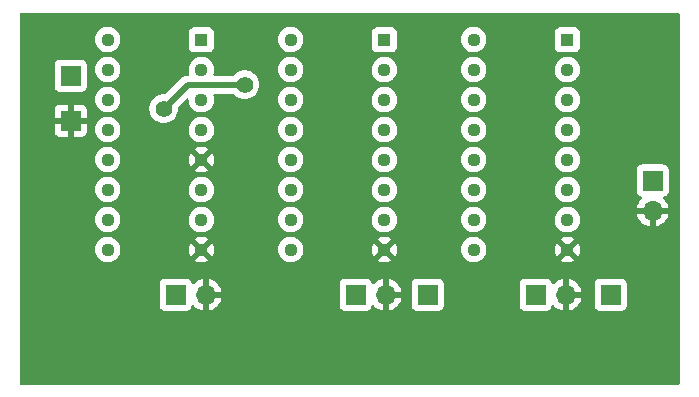
<source format=gbr>
%TF.GenerationSoftware,KiCad,Pcbnew,(6.0.6)*%
%TF.CreationDate,2023-03-14T09:51:42+01:00*%
%TF.ProjectId,Anemometre,416e656d-6f6d-4657-9472-652e6b696361,rev?*%
%TF.SameCoordinates,Original*%
%TF.FileFunction,Copper,L2,Bot*%
%TF.FilePolarity,Positive*%
%FSLAX46Y46*%
G04 Gerber Fmt 4.6, Leading zero omitted, Abs format (unit mm)*
G04 Created by KiCad (PCBNEW (6.0.6)) date 2023-03-14 09:51:42*
%MOMM*%
%LPD*%
G01*
G04 APERTURE LIST*
%TA.AperFunction,ComponentPad*%
%ADD10R,1.700000X1.700000*%
%TD*%
%TA.AperFunction,ComponentPad*%
%ADD11O,1.700000X1.700000*%
%TD*%
%TA.AperFunction,ComponentPad*%
%ADD12R,1.130000X1.130000*%
%TD*%
%TA.AperFunction,ComponentPad*%
%ADD13C,1.130000*%
%TD*%
%TA.AperFunction,ViaPad*%
%ADD14C,1.400000*%
%TD*%
%TA.AperFunction,Conductor*%
%ADD15C,0.500000*%
%TD*%
G04 APERTURE END LIST*
D10*
%TO.P,MK1,1,-*%
%TO.N,Net-(C2-Pad2)*%
X104140000Y-81788000D03*
D11*
%TO.P,MK1,2,+*%
%TO.N,GND*%
X106680000Y-81788000D03*
%TD*%
D12*
%TO.P,U1,1,PHASE_PULSES*%
%TO.N,unconnected-(U1-Pad1)*%
X106586000Y-60198000D03*
D13*
%TO.P,U1,2,PHASE_COMP_I_OUT*%
%TO.N,Net-(R2-Pad1)*%
X106586000Y-62738000D03*
%TO.P,U1,3,COMP_IN*%
%TO.N,Transmiter_signal*%
X106586000Y-65278000D03*
%TO.P,U1,4,VCO_OUT*%
%TO.N,unconnected-(U1-Pad4)*%
X106586000Y-67818000D03*
%TO.P,U1,5,INHIBIT*%
%TO.N,unconnected-(U1-Pad5)*%
X106586000Y-70358000D03*
%TO.P,U1,6,C1(1)*%
%TO.N,unconnected-(U1-Pad6)*%
X106586000Y-72898000D03*
%TO.P,U1,7,C1(2)*%
%TO.N,unconnected-(U1-Pad7)*%
X106586000Y-75438000D03*
%TO.P,U1,8,VSS*%
%TO.N,GND*%
X106586000Y-77978000D03*
%TO.P,U1,9,VCO_IN*%
%TO.N,unconnected-(U1-Pad9)*%
X98646000Y-77978000D03*
%TO.P,U1,10,DEMODULATION_OUT*%
%TO.N,unconnected-(U1-Pad10)*%
X98646000Y-75438000D03*
%TO.P,U1,11,R1_TO_VSS*%
%TO.N,unconnected-(U1-Pad11)*%
X98646000Y-72898000D03*
%TO.P,U1,12,R1_TO_VSS_2*%
%TO.N,unconnected-(U1-Pad12)*%
X98646000Y-70358000D03*
%TO.P,U1,13,PHASE_COMP_II_OUT*%
%TO.N,unconnected-(U1-Pad13)*%
X98646000Y-67818000D03*
%TO.P,U1,14,SIGNAL_IN*%
%TO.N,Net-(C2-Pad1)*%
X98646000Y-65278000D03*
%TO.P,U1,15,ZENER*%
%TO.N,unconnected-(U1-Pad15)*%
X98646000Y-62738000D03*
%TO.P,U1,16,VDD*%
%TO.N,+5V*%
X98646000Y-60198000D03*
%TD*%
D10*
%TO.P,LS1,1,1*%
%TO.N,Net-(C7-Pad1)*%
X129286000Y-72131000D03*
D11*
%TO.P,LS1,2,2*%
%TO.N,GND*%
X129286000Y-74671000D03*
%TD*%
D10*
%TO.P,J4,1,Pin_1*%
%TO.N,GND*%
X80010000Y-67056000D03*
%TD*%
%TO.P,J2,1,Pin_1*%
%TO.N,Net-(C8-Pad1)*%
X125730000Y-81788000D03*
%TD*%
%TO.P,J1,1,Pin_1*%
%TO.N,Net-(C4-Pad1)*%
X110236000Y-81788000D03*
%TD*%
D12*
%TO.P,U2,1,PHASE_PULSES*%
%TO.N,unconnected-(U2-Pad1)*%
X91092000Y-60198000D03*
D13*
%TO.P,U2,2,PHASE_COMP_I_OUT*%
%TO.N,Net-(R4-Pad1)*%
X91092000Y-62738000D03*
%TO.P,U2,3,COMP_IN*%
%TO.N,Transmiter_signal*%
X91092000Y-65278000D03*
%TO.P,U2,4,VCO_OUT*%
X91092000Y-67818000D03*
%TO.P,U2,5,INHIBIT*%
%TO.N,GND*%
X91092000Y-70358000D03*
%TO.P,U2,6,C1(1)*%
%TO.N,Net-(C1-Pad1)*%
X91092000Y-72898000D03*
%TO.P,U2,7,C1(2)*%
%TO.N,Net-(C1-Pad2)*%
X91092000Y-75438000D03*
%TO.P,U2,8,VSS*%
%TO.N,GND*%
X91092000Y-77978000D03*
%TO.P,U2,9,VCO_IN*%
%TO.N,Net-(C5-Pad1)*%
X83152000Y-77978000D03*
%TO.P,U2,10,DEMODULATION_OUT*%
%TO.N,unconnected-(U2-Pad10)*%
X83152000Y-75438000D03*
%TO.P,U2,11,R1_TO_VSS*%
%TO.N,Net-(R1-Pad1)*%
X83152000Y-72898000D03*
%TO.P,U2,12,R1_TO_VSS_2*%
%TO.N,Net-(R3-Pad1)*%
X83152000Y-70358000D03*
%TO.P,U2,13,PHASE_COMP_II_OUT*%
%TO.N,unconnected-(U2-Pad13)*%
X83152000Y-67818000D03*
%TO.P,U2,14,SIGNAL_IN*%
%TO.N,Net-(C3-Pad1)*%
X83152000Y-65278000D03*
%TO.P,U2,15,ZENER*%
%TO.N,unconnected-(U2-Pad15)*%
X83152000Y-62738000D03*
%TO.P,U2,16,VDD*%
%TO.N,+5V*%
X83152000Y-60198000D03*
%TD*%
D10*
%TO.P,MK2,1,-*%
%TO.N,Net-(C3-Pad2)*%
X88900000Y-81788000D03*
D11*
%TO.P,MK2,2,+*%
%TO.N,GND*%
X91440000Y-81788000D03*
%TD*%
D10*
%TO.P,MK3,1,-*%
%TO.N,Net-(C6-Pad2)*%
X119380000Y-81788000D03*
D11*
%TO.P,MK3,2,+*%
%TO.N,GND*%
X121920000Y-81788000D03*
%TD*%
D12*
%TO.P,U3,1,PHASE_PULSES*%
%TO.N,unconnected-(U3-Pad1)*%
X122080000Y-60198000D03*
D13*
%TO.P,U3,2,PHASE_COMP_I_OUT*%
%TO.N,Net-(R7-Pad1)*%
X122080000Y-62738000D03*
%TO.P,U3,3,COMP_IN*%
%TO.N,Transmiter_signal*%
X122080000Y-65278000D03*
%TO.P,U3,4,VCO_OUT*%
%TO.N,unconnected-(U3-Pad4)*%
X122080000Y-67818000D03*
%TO.P,U3,5,INHIBIT*%
%TO.N,unconnected-(U3-Pad5)*%
X122080000Y-70358000D03*
%TO.P,U3,6,C1(1)*%
%TO.N,unconnected-(U3-Pad6)*%
X122080000Y-72898000D03*
%TO.P,U3,7,C1(2)*%
%TO.N,unconnected-(U3-Pad7)*%
X122080000Y-75438000D03*
%TO.P,U3,8,VSS*%
%TO.N,GND*%
X122080000Y-77978000D03*
%TO.P,U3,9,VCO_IN*%
%TO.N,unconnected-(U3-Pad9)*%
X114140000Y-77978000D03*
%TO.P,U3,10,DEMODULATION_OUT*%
%TO.N,unconnected-(U3-Pad10)*%
X114140000Y-75438000D03*
%TO.P,U3,11,R1_TO_VSS*%
%TO.N,unconnected-(U3-Pad11)*%
X114140000Y-72898000D03*
%TO.P,U3,12,R1_TO_VSS_2*%
%TO.N,unconnected-(U3-Pad12)*%
X114140000Y-70358000D03*
%TO.P,U3,13,PHASE_COMP_II_OUT*%
%TO.N,unconnected-(U3-Pad13)*%
X114140000Y-67818000D03*
%TO.P,U3,14,SIGNAL_IN*%
%TO.N,Net-(C6-Pad1)*%
X114140000Y-65278000D03*
%TO.P,U3,15,ZENER*%
%TO.N,unconnected-(U3-Pad15)*%
X114140000Y-62738000D03*
%TO.P,U3,16,VDD*%
%TO.N,+5V*%
X114140000Y-60198000D03*
%TD*%
D10*
%TO.P,J3,1,Pin_1*%
%TO.N,+5V*%
X80010000Y-63246000D03*
%TD*%
D14*
%TO.N,GND*%
X97790000Y-85344000D03*
X125476000Y-61722000D03*
%TO.N,+5V*%
X94742000Y-64008000D03*
X87884000Y-66040000D03*
%TD*%
D15*
%TO.N,+5V*%
X89916000Y-64008000D02*
X94742000Y-64008000D01*
X87884000Y-66040000D02*
X89916000Y-64008000D01*
%TD*%
%TA.AperFunction,Conductor*%
%TO.N,GND*%
G36*
X131513621Y-57932502D02*
G01*
X131560114Y-57986158D01*
X131571500Y-58038500D01*
X131571500Y-89281500D01*
X131551498Y-89349621D01*
X131497842Y-89396114D01*
X131445500Y-89407500D01*
X75818500Y-89407500D01*
X75750379Y-89387498D01*
X75703886Y-89333842D01*
X75692500Y-89281500D01*
X75692500Y-82686134D01*
X87541500Y-82686134D01*
X87548255Y-82748316D01*
X87599385Y-82884705D01*
X87686739Y-83001261D01*
X87803295Y-83088615D01*
X87939684Y-83139745D01*
X88001866Y-83146500D01*
X89798134Y-83146500D01*
X89860316Y-83139745D01*
X89996705Y-83088615D01*
X90113261Y-83001261D01*
X90200615Y-82884705D01*
X90244798Y-82766848D01*
X90287440Y-82710084D01*
X90354001Y-82685384D01*
X90423350Y-82700592D01*
X90458017Y-82728580D01*
X90483218Y-82757673D01*
X90490580Y-82764883D01*
X90654434Y-82900916D01*
X90662881Y-82906831D01*
X90846756Y-83014279D01*
X90856042Y-83018729D01*
X91055001Y-83094703D01*
X91064899Y-83097579D01*
X91168250Y-83118606D01*
X91182299Y-83117410D01*
X91186000Y-83107065D01*
X91186000Y-83106517D01*
X91694000Y-83106517D01*
X91698064Y-83120359D01*
X91711478Y-83122393D01*
X91718184Y-83121534D01*
X91728262Y-83119392D01*
X91932255Y-83058191D01*
X91941842Y-83054433D01*
X92133095Y-82960739D01*
X92141945Y-82955464D01*
X92315328Y-82831792D01*
X92323200Y-82825139D01*
X92462690Y-82686134D01*
X102781500Y-82686134D01*
X102788255Y-82748316D01*
X102839385Y-82884705D01*
X102926739Y-83001261D01*
X103043295Y-83088615D01*
X103179684Y-83139745D01*
X103241866Y-83146500D01*
X105038134Y-83146500D01*
X105100316Y-83139745D01*
X105236705Y-83088615D01*
X105353261Y-83001261D01*
X105440615Y-82884705D01*
X105484798Y-82766848D01*
X105527440Y-82710084D01*
X105594001Y-82685384D01*
X105663350Y-82700592D01*
X105698017Y-82728580D01*
X105723218Y-82757673D01*
X105730580Y-82764883D01*
X105894434Y-82900916D01*
X105902881Y-82906831D01*
X106086756Y-83014279D01*
X106096042Y-83018729D01*
X106295001Y-83094703D01*
X106304899Y-83097579D01*
X106408250Y-83118606D01*
X106422299Y-83117410D01*
X106426000Y-83107065D01*
X106426000Y-83106517D01*
X106934000Y-83106517D01*
X106938064Y-83120359D01*
X106951478Y-83122393D01*
X106958184Y-83121534D01*
X106968262Y-83119392D01*
X107172255Y-83058191D01*
X107181842Y-83054433D01*
X107373095Y-82960739D01*
X107381945Y-82955464D01*
X107555328Y-82831792D01*
X107563200Y-82825139D01*
X107702690Y-82686134D01*
X108877500Y-82686134D01*
X108884255Y-82748316D01*
X108935385Y-82884705D01*
X109022739Y-83001261D01*
X109139295Y-83088615D01*
X109275684Y-83139745D01*
X109337866Y-83146500D01*
X111134134Y-83146500D01*
X111196316Y-83139745D01*
X111332705Y-83088615D01*
X111449261Y-83001261D01*
X111536615Y-82884705D01*
X111587745Y-82748316D01*
X111594500Y-82686134D01*
X118021500Y-82686134D01*
X118028255Y-82748316D01*
X118079385Y-82884705D01*
X118166739Y-83001261D01*
X118283295Y-83088615D01*
X118419684Y-83139745D01*
X118481866Y-83146500D01*
X120278134Y-83146500D01*
X120340316Y-83139745D01*
X120476705Y-83088615D01*
X120593261Y-83001261D01*
X120680615Y-82884705D01*
X120724798Y-82766848D01*
X120767440Y-82710084D01*
X120834001Y-82685384D01*
X120903350Y-82700592D01*
X120938017Y-82728580D01*
X120963218Y-82757673D01*
X120970580Y-82764883D01*
X121134434Y-82900916D01*
X121142881Y-82906831D01*
X121326756Y-83014279D01*
X121336042Y-83018729D01*
X121535001Y-83094703D01*
X121544899Y-83097579D01*
X121648250Y-83118606D01*
X121662299Y-83117410D01*
X121666000Y-83107065D01*
X121666000Y-83106517D01*
X122174000Y-83106517D01*
X122178064Y-83120359D01*
X122191478Y-83122393D01*
X122198184Y-83121534D01*
X122208262Y-83119392D01*
X122412255Y-83058191D01*
X122421842Y-83054433D01*
X122613095Y-82960739D01*
X122621945Y-82955464D01*
X122795328Y-82831792D01*
X122803200Y-82825139D01*
X122942690Y-82686134D01*
X124371500Y-82686134D01*
X124378255Y-82748316D01*
X124429385Y-82884705D01*
X124516739Y-83001261D01*
X124633295Y-83088615D01*
X124769684Y-83139745D01*
X124831866Y-83146500D01*
X126628134Y-83146500D01*
X126690316Y-83139745D01*
X126826705Y-83088615D01*
X126943261Y-83001261D01*
X127030615Y-82884705D01*
X127081745Y-82748316D01*
X127088500Y-82686134D01*
X127088500Y-80889866D01*
X127081745Y-80827684D01*
X127030615Y-80691295D01*
X126943261Y-80574739D01*
X126826705Y-80487385D01*
X126690316Y-80436255D01*
X126628134Y-80429500D01*
X124831866Y-80429500D01*
X124769684Y-80436255D01*
X124633295Y-80487385D01*
X124516739Y-80574739D01*
X124429385Y-80691295D01*
X124378255Y-80827684D01*
X124371500Y-80889866D01*
X124371500Y-82686134D01*
X122942690Y-82686134D01*
X122954052Y-82674812D01*
X122960730Y-82666965D01*
X123085003Y-82494020D01*
X123090313Y-82485183D01*
X123184670Y-82294267D01*
X123188469Y-82284672D01*
X123250377Y-82080910D01*
X123252555Y-82070837D01*
X123253986Y-82059962D01*
X123251775Y-82045778D01*
X123238617Y-82042000D01*
X122192115Y-82042000D01*
X122176876Y-82046475D01*
X122175671Y-82047865D01*
X122174000Y-82055548D01*
X122174000Y-83106517D01*
X121666000Y-83106517D01*
X121666000Y-81515885D01*
X122174000Y-81515885D01*
X122178475Y-81531124D01*
X122179865Y-81532329D01*
X122187548Y-81534000D01*
X123238344Y-81534000D01*
X123251875Y-81530027D01*
X123253180Y-81520947D01*
X123211214Y-81353875D01*
X123207894Y-81344124D01*
X123122972Y-81148814D01*
X123118105Y-81139739D01*
X123002426Y-80960926D01*
X122996136Y-80952757D01*
X122852806Y-80795240D01*
X122845273Y-80788215D01*
X122678139Y-80656222D01*
X122669552Y-80650517D01*
X122483117Y-80547599D01*
X122473705Y-80543369D01*
X122272959Y-80472280D01*
X122262988Y-80469646D01*
X122191837Y-80456972D01*
X122178540Y-80458432D01*
X122174000Y-80472989D01*
X122174000Y-81515885D01*
X121666000Y-81515885D01*
X121666000Y-80471102D01*
X121662082Y-80457758D01*
X121647806Y-80455771D01*
X121609324Y-80461660D01*
X121599288Y-80464051D01*
X121396868Y-80530212D01*
X121387359Y-80534209D01*
X121198463Y-80632542D01*
X121189738Y-80638036D01*
X121019433Y-80765905D01*
X121011726Y-80772748D01*
X120934478Y-80853584D01*
X120872954Y-80889014D01*
X120802042Y-80885557D01*
X120744255Y-80844311D01*
X120725402Y-80810763D01*
X120683767Y-80699703D01*
X120680615Y-80691295D01*
X120593261Y-80574739D01*
X120476705Y-80487385D01*
X120340316Y-80436255D01*
X120278134Y-80429500D01*
X118481866Y-80429500D01*
X118419684Y-80436255D01*
X118283295Y-80487385D01*
X118166739Y-80574739D01*
X118079385Y-80691295D01*
X118028255Y-80827684D01*
X118021500Y-80889866D01*
X118021500Y-82686134D01*
X111594500Y-82686134D01*
X111594500Y-80889866D01*
X111587745Y-80827684D01*
X111536615Y-80691295D01*
X111449261Y-80574739D01*
X111332705Y-80487385D01*
X111196316Y-80436255D01*
X111134134Y-80429500D01*
X109337866Y-80429500D01*
X109275684Y-80436255D01*
X109139295Y-80487385D01*
X109022739Y-80574739D01*
X108935385Y-80691295D01*
X108884255Y-80827684D01*
X108877500Y-80889866D01*
X108877500Y-82686134D01*
X107702690Y-82686134D01*
X107714052Y-82674812D01*
X107720730Y-82666965D01*
X107845003Y-82494020D01*
X107850313Y-82485183D01*
X107944670Y-82294267D01*
X107948469Y-82284672D01*
X108010377Y-82080910D01*
X108012555Y-82070837D01*
X108013986Y-82059962D01*
X108011775Y-82045778D01*
X107998617Y-82042000D01*
X106952115Y-82042000D01*
X106936876Y-82046475D01*
X106935671Y-82047865D01*
X106934000Y-82055548D01*
X106934000Y-83106517D01*
X106426000Y-83106517D01*
X106426000Y-81515885D01*
X106934000Y-81515885D01*
X106938475Y-81531124D01*
X106939865Y-81532329D01*
X106947548Y-81534000D01*
X107998344Y-81534000D01*
X108011875Y-81530027D01*
X108013180Y-81520947D01*
X107971214Y-81353875D01*
X107967894Y-81344124D01*
X107882972Y-81148814D01*
X107878105Y-81139739D01*
X107762426Y-80960926D01*
X107756136Y-80952757D01*
X107612806Y-80795240D01*
X107605273Y-80788215D01*
X107438139Y-80656222D01*
X107429552Y-80650517D01*
X107243117Y-80547599D01*
X107233705Y-80543369D01*
X107032959Y-80472280D01*
X107022988Y-80469646D01*
X106951837Y-80456972D01*
X106938540Y-80458432D01*
X106934000Y-80472989D01*
X106934000Y-81515885D01*
X106426000Y-81515885D01*
X106426000Y-80471102D01*
X106422082Y-80457758D01*
X106407806Y-80455771D01*
X106369324Y-80461660D01*
X106359288Y-80464051D01*
X106156868Y-80530212D01*
X106147359Y-80534209D01*
X105958463Y-80632542D01*
X105949738Y-80638036D01*
X105779433Y-80765905D01*
X105771726Y-80772748D01*
X105694478Y-80853584D01*
X105632954Y-80889014D01*
X105562042Y-80885557D01*
X105504255Y-80844311D01*
X105485402Y-80810763D01*
X105443767Y-80699703D01*
X105440615Y-80691295D01*
X105353261Y-80574739D01*
X105236705Y-80487385D01*
X105100316Y-80436255D01*
X105038134Y-80429500D01*
X103241866Y-80429500D01*
X103179684Y-80436255D01*
X103043295Y-80487385D01*
X102926739Y-80574739D01*
X102839385Y-80691295D01*
X102788255Y-80827684D01*
X102781500Y-80889866D01*
X102781500Y-82686134D01*
X92462690Y-82686134D01*
X92474052Y-82674812D01*
X92480730Y-82666965D01*
X92605003Y-82494020D01*
X92610313Y-82485183D01*
X92704670Y-82294267D01*
X92708469Y-82284672D01*
X92770377Y-82080910D01*
X92772555Y-82070837D01*
X92773986Y-82059962D01*
X92771775Y-82045778D01*
X92758617Y-82042000D01*
X91712115Y-82042000D01*
X91696876Y-82046475D01*
X91695671Y-82047865D01*
X91694000Y-82055548D01*
X91694000Y-83106517D01*
X91186000Y-83106517D01*
X91186000Y-81515885D01*
X91694000Y-81515885D01*
X91698475Y-81531124D01*
X91699865Y-81532329D01*
X91707548Y-81534000D01*
X92758344Y-81534000D01*
X92771875Y-81530027D01*
X92773180Y-81520947D01*
X92731214Y-81353875D01*
X92727894Y-81344124D01*
X92642972Y-81148814D01*
X92638105Y-81139739D01*
X92522426Y-80960926D01*
X92516136Y-80952757D01*
X92372806Y-80795240D01*
X92365273Y-80788215D01*
X92198139Y-80656222D01*
X92189552Y-80650517D01*
X92003117Y-80547599D01*
X91993705Y-80543369D01*
X91792959Y-80472280D01*
X91782988Y-80469646D01*
X91711837Y-80456972D01*
X91698540Y-80458432D01*
X91694000Y-80472989D01*
X91694000Y-81515885D01*
X91186000Y-81515885D01*
X91186000Y-80471102D01*
X91182082Y-80457758D01*
X91167806Y-80455771D01*
X91129324Y-80461660D01*
X91119288Y-80464051D01*
X90916868Y-80530212D01*
X90907359Y-80534209D01*
X90718463Y-80632542D01*
X90709738Y-80638036D01*
X90539433Y-80765905D01*
X90531726Y-80772748D01*
X90454478Y-80853584D01*
X90392954Y-80889014D01*
X90322042Y-80885557D01*
X90264255Y-80844311D01*
X90245402Y-80810763D01*
X90203767Y-80699703D01*
X90200615Y-80691295D01*
X90113261Y-80574739D01*
X89996705Y-80487385D01*
X89860316Y-80436255D01*
X89798134Y-80429500D01*
X88001866Y-80429500D01*
X87939684Y-80436255D01*
X87803295Y-80487385D01*
X87686739Y-80574739D01*
X87599385Y-80691295D01*
X87548255Y-80827684D01*
X87541500Y-80889866D01*
X87541500Y-82686134D01*
X75692500Y-82686134D01*
X75692500Y-77949779D01*
X82074270Y-77949779D01*
X82087174Y-78146652D01*
X82135739Y-78337877D01*
X82218339Y-78517049D01*
X82332207Y-78678169D01*
X82473530Y-78815840D01*
X82478326Y-78819045D01*
X82478329Y-78819047D01*
X82543809Y-78862799D01*
X82637576Y-78925452D01*
X82642879Y-78927730D01*
X82642882Y-78927732D01*
X82812432Y-79000576D01*
X82818849Y-79003333D01*
X82910038Y-79023967D01*
X83005644Y-79045601D01*
X83005647Y-79045601D01*
X83011280Y-79046876D01*
X83017051Y-79047103D01*
X83017053Y-79047103D01*
X83076054Y-79049421D01*
X83208423Y-79054622D01*
X83323789Y-79037894D01*
X83397955Y-79027141D01*
X83397959Y-79027140D01*
X83403677Y-79026311D01*
X83409149Y-79024453D01*
X83409151Y-79024453D01*
X83585038Y-78964747D01*
X83585040Y-78964746D01*
X83590502Y-78962892D01*
X83713333Y-78894104D01*
X83713413Y-78894059D01*
X90540302Y-78894059D01*
X90550184Y-78906548D01*
X90573009Y-78921799D01*
X90583123Y-78927291D01*
X90753697Y-79000576D01*
X90764640Y-79004131D01*
X90945708Y-79045103D01*
X90957118Y-79046605D01*
X91142629Y-79053893D01*
X91154111Y-79053291D01*
X91337846Y-79026652D01*
X91349029Y-79023967D01*
X91524826Y-78964292D01*
X91535339Y-78959611D01*
X91634313Y-78904182D01*
X91644178Y-78894104D01*
X91641222Y-78886432D01*
X91104812Y-78350022D01*
X91090868Y-78342408D01*
X91089035Y-78342539D01*
X91082420Y-78346790D01*
X90546498Y-78882712D01*
X90540302Y-78894059D01*
X83713413Y-78894059D01*
X83757605Y-78869311D01*
X83757606Y-78869310D01*
X83762642Y-78866490D01*
X83914331Y-78740331D01*
X84040490Y-78588642D01*
X84136892Y-78416502D01*
X84165541Y-78332107D01*
X84198453Y-78235151D01*
X84198453Y-78235149D01*
X84200311Y-78229677D01*
X84201157Y-78223846D01*
X84228089Y-78038096D01*
X84228622Y-78034423D01*
X84230099Y-77978000D01*
X84228037Y-77955558D01*
X90015150Y-77955558D01*
X90027292Y-78140805D01*
X90029093Y-78152175D01*
X90074789Y-78332107D01*
X90078631Y-78342956D01*
X90156358Y-78511557D01*
X90162105Y-78521511D01*
X90162902Y-78522640D01*
X90173490Y-78531027D01*
X90186791Y-78523999D01*
X90719978Y-77990812D01*
X90726356Y-77979132D01*
X91456408Y-77979132D01*
X91456539Y-77980965D01*
X91460790Y-77987580D01*
X91996518Y-78523308D01*
X92008898Y-78530068D01*
X92015478Y-78525142D01*
X92073611Y-78421339D01*
X92078292Y-78410826D01*
X92137967Y-78235029D01*
X92140652Y-78223846D01*
X92167587Y-78038071D01*
X92168217Y-78030689D01*
X92169500Y-77981704D01*
X92169257Y-77974305D01*
X92167004Y-77949779D01*
X97568270Y-77949779D01*
X97581174Y-78146652D01*
X97629739Y-78337877D01*
X97712339Y-78517049D01*
X97826207Y-78678169D01*
X97967530Y-78815840D01*
X97972326Y-78819045D01*
X97972329Y-78819047D01*
X98037809Y-78862799D01*
X98131576Y-78925452D01*
X98136879Y-78927730D01*
X98136882Y-78927732D01*
X98306432Y-79000576D01*
X98312849Y-79003333D01*
X98404038Y-79023967D01*
X98499644Y-79045601D01*
X98499647Y-79045601D01*
X98505280Y-79046876D01*
X98511051Y-79047103D01*
X98511053Y-79047103D01*
X98570054Y-79049421D01*
X98702423Y-79054622D01*
X98817789Y-79037894D01*
X98891955Y-79027141D01*
X98891959Y-79027140D01*
X98897677Y-79026311D01*
X98903149Y-79024453D01*
X98903151Y-79024453D01*
X99079038Y-78964747D01*
X99079040Y-78964746D01*
X99084502Y-78962892D01*
X99207333Y-78894104D01*
X99207413Y-78894059D01*
X106034302Y-78894059D01*
X106044184Y-78906548D01*
X106067009Y-78921799D01*
X106077123Y-78927291D01*
X106247697Y-79000576D01*
X106258640Y-79004131D01*
X106439708Y-79045103D01*
X106451118Y-79046605D01*
X106636629Y-79053893D01*
X106648111Y-79053291D01*
X106831846Y-79026652D01*
X106843029Y-79023967D01*
X107018826Y-78964292D01*
X107029339Y-78959611D01*
X107128313Y-78904182D01*
X107138178Y-78894104D01*
X107135222Y-78886432D01*
X106598812Y-78350022D01*
X106584868Y-78342408D01*
X106583035Y-78342539D01*
X106576420Y-78346790D01*
X106040498Y-78882712D01*
X106034302Y-78894059D01*
X99207413Y-78894059D01*
X99251605Y-78869311D01*
X99251606Y-78869310D01*
X99256642Y-78866490D01*
X99408331Y-78740331D01*
X99534490Y-78588642D01*
X99630892Y-78416502D01*
X99659541Y-78332107D01*
X99692453Y-78235151D01*
X99692453Y-78235149D01*
X99694311Y-78229677D01*
X99695157Y-78223846D01*
X99722089Y-78038096D01*
X99722622Y-78034423D01*
X99724099Y-77978000D01*
X99722037Y-77955558D01*
X105509150Y-77955558D01*
X105521292Y-78140805D01*
X105523093Y-78152175D01*
X105568789Y-78332107D01*
X105572631Y-78342956D01*
X105650358Y-78511557D01*
X105656105Y-78521511D01*
X105656902Y-78522640D01*
X105667490Y-78531027D01*
X105680791Y-78523999D01*
X106213978Y-77990812D01*
X106220356Y-77979132D01*
X106950408Y-77979132D01*
X106950539Y-77980965D01*
X106954790Y-77987580D01*
X107490518Y-78523308D01*
X107502898Y-78530068D01*
X107509478Y-78525142D01*
X107567611Y-78421339D01*
X107572292Y-78410826D01*
X107631967Y-78235029D01*
X107634652Y-78223846D01*
X107661587Y-78038071D01*
X107662217Y-78030689D01*
X107663500Y-77981704D01*
X107663257Y-77974305D01*
X107661004Y-77949779D01*
X113062270Y-77949779D01*
X113075174Y-78146652D01*
X113123739Y-78337877D01*
X113206339Y-78517049D01*
X113320207Y-78678169D01*
X113461530Y-78815840D01*
X113466326Y-78819045D01*
X113466329Y-78819047D01*
X113531809Y-78862799D01*
X113625576Y-78925452D01*
X113630879Y-78927730D01*
X113630882Y-78927732D01*
X113800432Y-79000576D01*
X113806849Y-79003333D01*
X113898038Y-79023967D01*
X113993644Y-79045601D01*
X113993647Y-79045601D01*
X113999280Y-79046876D01*
X114005051Y-79047103D01*
X114005053Y-79047103D01*
X114064054Y-79049421D01*
X114196423Y-79054622D01*
X114311789Y-79037894D01*
X114385955Y-79027141D01*
X114385959Y-79027140D01*
X114391677Y-79026311D01*
X114397149Y-79024453D01*
X114397151Y-79024453D01*
X114573038Y-78964747D01*
X114573040Y-78964746D01*
X114578502Y-78962892D01*
X114701333Y-78894104D01*
X114701413Y-78894059D01*
X121528302Y-78894059D01*
X121538184Y-78906548D01*
X121561009Y-78921799D01*
X121571123Y-78927291D01*
X121741697Y-79000576D01*
X121752640Y-79004131D01*
X121933708Y-79045103D01*
X121945118Y-79046605D01*
X122130629Y-79053893D01*
X122142111Y-79053291D01*
X122325846Y-79026652D01*
X122337029Y-79023967D01*
X122512826Y-78964292D01*
X122523339Y-78959611D01*
X122622313Y-78904182D01*
X122632178Y-78894104D01*
X122629222Y-78886432D01*
X122092812Y-78350022D01*
X122078868Y-78342408D01*
X122077035Y-78342539D01*
X122070420Y-78346790D01*
X121534498Y-78882712D01*
X121528302Y-78894059D01*
X114701413Y-78894059D01*
X114745605Y-78869311D01*
X114745606Y-78869310D01*
X114750642Y-78866490D01*
X114902331Y-78740331D01*
X115028490Y-78588642D01*
X115124892Y-78416502D01*
X115153541Y-78332107D01*
X115186453Y-78235151D01*
X115186453Y-78235149D01*
X115188311Y-78229677D01*
X115189157Y-78223846D01*
X115216089Y-78038096D01*
X115216622Y-78034423D01*
X115218099Y-77978000D01*
X115216037Y-77955558D01*
X121003150Y-77955558D01*
X121015292Y-78140805D01*
X121017093Y-78152175D01*
X121062789Y-78332107D01*
X121066631Y-78342956D01*
X121144358Y-78511557D01*
X121150105Y-78521511D01*
X121150902Y-78522640D01*
X121161490Y-78531027D01*
X121174791Y-78523999D01*
X121707978Y-77990812D01*
X121714356Y-77979132D01*
X122444408Y-77979132D01*
X122444539Y-77980965D01*
X122448790Y-77987580D01*
X122984518Y-78523308D01*
X122996898Y-78530068D01*
X123003478Y-78525142D01*
X123061611Y-78421339D01*
X123066292Y-78410826D01*
X123125967Y-78235029D01*
X123128652Y-78223846D01*
X123155587Y-78038071D01*
X123156217Y-78030689D01*
X123157500Y-77981704D01*
X123157257Y-77974305D01*
X123140082Y-77787378D01*
X123137985Y-77776064D01*
X123087591Y-77597383D01*
X123083469Y-77586644D01*
X123007954Y-77433515D01*
X122998407Y-77423138D01*
X122991974Y-77425236D01*
X122452022Y-77965188D01*
X122444408Y-77979132D01*
X121714356Y-77979132D01*
X121715592Y-77976868D01*
X121715461Y-77975035D01*
X121711210Y-77968420D01*
X121174459Y-77431669D01*
X121162079Y-77424909D01*
X121156113Y-77429375D01*
X121087122Y-77560505D01*
X121082717Y-77571139D01*
X121027664Y-77748438D01*
X121025272Y-77759692D01*
X121003451Y-77944057D01*
X121003150Y-77955558D01*
X115216037Y-77955558D01*
X115200046Y-77781532D01*
X115193887Y-77759692D01*
X115148060Y-77597203D01*
X115148059Y-77597201D01*
X115146492Y-77591644D01*
X115136381Y-77571139D01*
X115061786Y-77419876D01*
X115059231Y-77414695D01*
X115041407Y-77390825D01*
X114944637Y-77261235D01*
X114944636Y-77261234D01*
X114941184Y-77256611D01*
X114918764Y-77235886D01*
X114800546Y-77126607D01*
X114800544Y-77126605D01*
X114796305Y-77122687D01*
X114700457Y-77062211D01*
X121528323Y-77062211D01*
X121531810Y-77070600D01*
X122067188Y-77605978D01*
X122081132Y-77613592D01*
X122082965Y-77613461D01*
X122089580Y-77609210D01*
X122624905Y-77073885D01*
X122631665Y-77061505D01*
X122625635Y-77053450D01*
X122574102Y-77020935D01*
X122563855Y-77015714D01*
X122391423Y-76946921D01*
X122380386Y-76943652D01*
X122198306Y-76907433D01*
X122186861Y-76906230D01*
X122001235Y-76903801D01*
X121989755Y-76904704D01*
X121806794Y-76936142D01*
X121795674Y-76939122D01*
X121621498Y-77003379D01*
X121611124Y-77008327D01*
X121537921Y-77051878D01*
X121528323Y-77062211D01*
X114700457Y-77062211D01*
X114629447Y-77017407D01*
X114446197Y-76944297D01*
X114440529Y-76943170D01*
X114440527Y-76943169D01*
X114258360Y-76906934D01*
X114258356Y-76906934D01*
X114252692Y-76905807D01*
X114246917Y-76905731D01*
X114246913Y-76905731D01*
X114148267Y-76904440D01*
X114055413Y-76903224D01*
X114049716Y-76904203D01*
X114049715Y-76904203D01*
X114037919Y-76906230D01*
X113860967Y-76936636D01*
X113675866Y-77004924D01*
X113670905Y-77007876D01*
X113670904Y-77007876D01*
X113511277Y-77102844D01*
X113511274Y-77102846D01*
X113506309Y-77105800D01*
X113501969Y-77109606D01*
X113501965Y-77109609D01*
X113490566Y-77119606D01*
X113357975Y-77235886D01*
X113235830Y-77390825D01*
X113233141Y-77395936D01*
X113233139Y-77395939D01*
X113186732Y-77484144D01*
X113143966Y-77565429D01*
X113085460Y-77753851D01*
X113062270Y-77949779D01*
X107661004Y-77949779D01*
X107646082Y-77787378D01*
X107643985Y-77776064D01*
X107593591Y-77597383D01*
X107589469Y-77586644D01*
X107513954Y-77433515D01*
X107504407Y-77423138D01*
X107497974Y-77425236D01*
X106958022Y-77965188D01*
X106950408Y-77979132D01*
X106220356Y-77979132D01*
X106221592Y-77976868D01*
X106221461Y-77975035D01*
X106217210Y-77968420D01*
X105680459Y-77431669D01*
X105668079Y-77424909D01*
X105662113Y-77429375D01*
X105593122Y-77560505D01*
X105588717Y-77571139D01*
X105533664Y-77748438D01*
X105531272Y-77759692D01*
X105509451Y-77944057D01*
X105509150Y-77955558D01*
X99722037Y-77955558D01*
X99706046Y-77781532D01*
X99699887Y-77759692D01*
X99654060Y-77597203D01*
X99654059Y-77597201D01*
X99652492Y-77591644D01*
X99642381Y-77571139D01*
X99567786Y-77419876D01*
X99565231Y-77414695D01*
X99547407Y-77390825D01*
X99450637Y-77261235D01*
X99450636Y-77261234D01*
X99447184Y-77256611D01*
X99424764Y-77235886D01*
X99306546Y-77126607D01*
X99306544Y-77126605D01*
X99302305Y-77122687D01*
X99206457Y-77062211D01*
X106034323Y-77062211D01*
X106037810Y-77070600D01*
X106573188Y-77605978D01*
X106587132Y-77613592D01*
X106588965Y-77613461D01*
X106595580Y-77609210D01*
X107130905Y-77073885D01*
X107137665Y-77061505D01*
X107131635Y-77053450D01*
X107080102Y-77020935D01*
X107069855Y-77015714D01*
X106897423Y-76946921D01*
X106886386Y-76943652D01*
X106704306Y-76907433D01*
X106692861Y-76906230D01*
X106507235Y-76903801D01*
X106495755Y-76904704D01*
X106312794Y-76936142D01*
X106301674Y-76939122D01*
X106127498Y-77003379D01*
X106117124Y-77008327D01*
X106043921Y-77051878D01*
X106034323Y-77062211D01*
X99206457Y-77062211D01*
X99135447Y-77017407D01*
X98952197Y-76944297D01*
X98946529Y-76943170D01*
X98946527Y-76943169D01*
X98764360Y-76906934D01*
X98764356Y-76906934D01*
X98758692Y-76905807D01*
X98752917Y-76905731D01*
X98752913Y-76905731D01*
X98654267Y-76904440D01*
X98561413Y-76903224D01*
X98555716Y-76904203D01*
X98555715Y-76904203D01*
X98543919Y-76906230D01*
X98366967Y-76936636D01*
X98181866Y-77004924D01*
X98176905Y-77007876D01*
X98176904Y-77007876D01*
X98017277Y-77102844D01*
X98017274Y-77102846D01*
X98012309Y-77105800D01*
X98007969Y-77109606D01*
X98007965Y-77109609D01*
X97996566Y-77119606D01*
X97863975Y-77235886D01*
X97741830Y-77390825D01*
X97739141Y-77395936D01*
X97739139Y-77395939D01*
X97692732Y-77484144D01*
X97649966Y-77565429D01*
X97591460Y-77753851D01*
X97568270Y-77949779D01*
X92167004Y-77949779D01*
X92152082Y-77787378D01*
X92149985Y-77776064D01*
X92099591Y-77597383D01*
X92095469Y-77586644D01*
X92019954Y-77433515D01*
X92010407Y-77423138D01*
X92003974Y-77425236D01*
X91464022Y-77965188D01*
X91456408Y-77979132D01*
X90726356Y-77979132D01*
X90727592Y-77976868D01*
X90727461Y-77975035D01*
X90723210Y-77968420D01*
X90186459Y-77431669D01*
X90174079Y-77424909D01*
X90168113Y-77429375D01*
X90099122Y-77560505D01*
X90094717Y-77571139D01*
X90039664Y-77748438D01*
X90037272Y-77759692D01*
X90015451Y-77944057D01*
X90015150Y-77955558D01*
X84228037Y-77955558D01*
X84212046Y-77781532D01*
X84205887Y-77759692D01*
X84160060Y-77597203D01*
X84160059Y-77597201D01*
X84158492Y-77591644D01*
X84148381Y-77571139D01*
X84073786Y-77419876D01*
X84071231Y-77414695D01*
X84053407Y-77390825D01*
X83956637Y-77261235D01*
X83956636Y-77261234D01*
X83953184Y-77256611D01*
X83930764Y-77235886D01*
X83812546Y-77126607D01*
X83812544Y-77126605D01*
X83808305Y-77122687D01*
X83712457Y-77062211D01*
X90540323Y-77062211D01*
X90543810Y-77070600D01*
X91079188Y-77605978D01*
X91093132Y-77613592D01*
X91094965Y-77613461D01*
X91101580Y-77609210D01*
X91636905Y-77073885D01*
X91643665Y-77061505D01*
X91637635Y-77053450D01*
X91586102Y-77020935D01*
X91575855Y-77015714D01*
X91403423Y-76946921D01*
X91392386Y-76943652D01*
X91210306Y-76907433D01*
X91198861Y-76906230D01*
X91013235Y-76903801D01*
X91001755Y-76904704D01*
X90818794Y-76936142D01*
X90807674Y-76939122D01*
X90633498Y-77003379D01*
X90623124Y-77008327D01*
X90549921Y-77051878D01*
X90540323Y-77062211D01*
X83712457Y-77062211D01*
X83641447Y-77017407D01*
X83458197Y-76944297D01*
X83452529Y-76943170D01*
X83452527Y-76943169D01*
X83270360Y-76906934D01*
X83270356Y-76906934D01*
X83264692Y-76905807D01*
X83258917Y-76905731D01*
X83258913Y-76905731D01*
X83160267Y-76904440D01*
X83067413Y-76903224D01*
X83061716Y-76904203D01*
X83061715Y-76904203D01*
X83049919Y-76906230D01*
X82872967Y-76936636D01*
X82687866Y-77004924D01*
X82682905Y-77007876D01*
X82682904Y-77007876D01*
X82523277Y-77102844D01*
X82523274Y-77102846D01*
X82518309Y-77105800D01*
X82513969Y-77109606D01*
X82513965Y-77109609D01*
X82502566Y-77119606D01*
X82369975Y-77235886D01*
X82247830Y-77390825D01*
X82245141Y-77395936D01*
X82245139Y-77395939D01*
X82198732Y-77484144D01*
X82155966Y-77565429D01*
X82097460Y-77753851D01*
X82074270Y-77949779D01*
X75692500Y-77949779D01*
X75692500Y-75409779D01*
X82074270Y-75409779D01*
X82087174Y-75606652D01*
X82135739Y-75797877D01*
X82218339Y-75977049D01*
X82332207Y-76138169D01*
X82473530Y-76275840D01*
X82478326Y-76279045D01*
X82478329Y-76279047D01*
X82543809Y-76322799D01*
X82637576Y-76385452D01*
X82642879Y-76387730D01*
X82642882Y-76387732D01*
X82813542Y-76461053D01*
X82818849Y-76463333D01*
X82912185Y-76484453D01*
X83005644Y-76505601D01*
X83005647Y-76505601D01*
X83011280Y-76506876D01*
X83017051Y-76507103D01*
X83017053Y-76507103D01*
X83076054Y-76509421D01*
X83208423Y-76514622D01*
X83323789Y-76497894D01*
X83397955Y-76487141D01*
X83397959Y-76487140D01*
X83403677Y-76486311D01*
X83409149Y-76484453D01*
X83409151Y-76484453D01*
X83585038Y-76424747D01*
X83585040Y-76424746D01*
X83590502Y-76422892D01*
X83762642Y-76326490D01*
X83914331Y-76200331D01*
X84040490Y-76048642D01*
X84136892Y-75876502D01*
X84200311Y-75689677D01*
X84228622Y-75494423D01*
X84230099Y-75438000D01*
X84227506Y-75409779D01*
X90014270Y-75409779D01*
X90027174Y-75606652D01*
X90075739Y-75797877D01*
X90158339Y-75977049D01*
X90272207Y-76138169D01*
X90413530Y-76275840D01*
X90418326Y-76279045D01*
X90418329Y-76279047D01*
X90483809Y-76322799D01*
X90577576Y-76385452D01*
X90582879Y-76387730D01*
X90582882Y-76387732D01*
X90753542Y-76461053D01*
X90758849Y-76463333D01*
X90852185Y-76484453D01*
X90945644Y-76505601D01*
X90945647Y-76505601D01*
X90951280Y-76506876D01*
X90957051Y-76507103D01*
X90957053Y-76507103D01*
X91016054Y-76509421D01*
X91148423Y-76514622D01*
X91263789Y-76497894D01*
X91337955Y-76487141D01*
X91337959Y-76487140D01*
X91343677Y-76486311D01*
X91349149Y-76484453D01*
X91349151Y-76484453D01*
X91525038Y-76424747D01*
X91525040Y-76424746D01*
X91530502Y-76422892D01*
X91702642Y-76326490D01*
X91854331Y-76200331D01*
X91980490Y-76048642D01*
X92076892Y-75876502D01*
X92140311Y-75689677D01*
X92168622Y-75494423D01*
X92170099Y-75438000D01*
X92167506Y-75409779D01*
X97568270Y-75409779D01*
X97581174Y-75606652D01*
X97629739Y-75797877D01*
X97712339Y-75977049D01*
X97826207Y-76138169D01*
X97967530Y-76275840D01*
X97972326Y-76279045D01*
X97972329Y-76279047D01*
X98037809Y-76322799D01*
X98131576Y-76385452D01*
X98136879Y-76387730D01*
X98136882Y-76387732D01*
X98307542Y-76461053D01*
X98312849Y-76463333D01*
X98406185Y-76484453D01*
X98499644Y-76505601D01*
X98499647Y-76505601D01*
X98505280Y-76506876D01*
X98511051Y-76507103D01*
X98511053Y-76507103D01*
X98570054Y-76509421D01*
X98702423Y-76514622D01*
X98817789Y-76497894D01*
X98891955Y-76487141D01*
X98891959Y-76487140D01*
X98897677Y-76486311D01*
X98903149Y-76484453D01*
X98903151Y-76484453D01*
X99079038Y-76424747D01*
X99079040Y-76424746D01*
X99084502Y-76422892D01*
X99256642Y-76326490D01*
X99408331Y-76200331D01*
X99534490Y-76048642D01*
X99630892Y-75876502D01*
X99694311Y-75689677D01*
X99722622Y-75494423D01*
X99724099Y-75438000D01*
X99721506Y-75409779D01*
X105508270Y-75409779D01*
X105521174Y-75606652D01*
X105569739Y-75797877D01*
X105652339Y-75977049D01*
X105766207Y-76138169D01*
X105907530Y-76275840D01*
X105912326Y-76279045D01*
X105912329Y-76279047D01*
X105977809Y-76322799D01*
X106071576Y-76385452D01*
X106076879Y-76387730D01*
X106076882Y-76387732D01*
X106247542Y-76461053D01*
X106252849Y-76463333D01*
X106346185Y-76484453D01*
X106439644Y-76505601D01*
X106439647Y-76505601D01*
X106445280Y-76506876D01*
X106451051Y-76507103D01*
X106451053Y-76507103D01*
X106510054Y-76509421D01*
X106642423Y-76514622D01*
X106757789Y-76497894D01*
X106831955Y-76487141D01*
X106831959Y-76487140D01*
X106837677Y-76486311D01*
X106843149Y-76484453D01*
X106843151Y-76484453D01*
X107019038Y-76424747D01*
X107019040Y-76424746D01*
X107024502Y-76422892D01*
X107196642Y-76326490D01*
X107348331Y-76200331D01*
X107474490Y-76048642D01*
X107570892Y-75876502D01*
X107634311Y-75689677D01*
X107662622Y-75494423D01*
X107664099Y-75438000D01*
X107661506Y-75409779D01*
X113062270Y-75409779D01*
X113075174Y-75606652D01*
X113123739Y-75797877D01*
X113206339Y-75977049D01*
X113320207Y-76138169D01*
X113461530Y-76275840D01*
X113466326Y-76279045D01*
X113466329Y-76279047D01*
X113531809Y-76322799D01*
X113625576Y-76385452D01*
X113630879Y-76387730D01*
X113630882Y-76387732D01*
X113801542Y-76461053D01*
X113806849Y-76463333D01*
X113900185Y-76484453D01*
X113993644Y-76505601D01*
X113993647Y-76505601D01*
X113999280Y-76506876D01*
X114005051Y-76507103D01*
X114005053Y-76507103D01*
X114064054Y-76509421D01*
X114196423Y-76514622D01*
X114311789Y-76497894D01*
X114385955Y-76487141D01*
X114385959Y-76487140D01*
X114391677Y-76486311D01*
X114397149Y-76484453D01*
X114397151Y-76484453D01*
X114573038Y-76424747D01*
X114573040Y-76424746D01*
X114578502Y-76422892D01*
X114750642Y-76326490D01*
X114902331Y-76200331D01*
X115028490Y-76048642D01*
X115124892Y-75876502D01*
X115188311Y-75689677D01*
X115216622Y-75494423D01*
X115218099Y-75438000D01*
X115215506Y-75409779D01*
X121002270Y-75409779D01*
X121015174Y-75606652D01*
X121063739Y-75797877D01*
X121146339Y-75977049D01*
X121260207Y-76138169D01*
X121401530Y-76275840D01*
X121406326Y-76279045D01*
X121406329Y-76279047D01*
X121471809Y-76322799D01*
X121565576Y-76385452D01*
X121570879Y-76387730D01*
X121570882Y-76387732D01*
X121741542Y-76461053D01*
X121746849Y-76463333D01*
X121840185Y-76484453D01*
X121933644Y-76505601D01*
X121933647Y-76505601D01*
X121939280Y-76506876D01*
X121945051Y-76507103D01*
X121945053Y-76507103D01*
X122004054Y-76509421D01*
X122136423Y-76514622D01*
X122251789Y-76497894D01*
X122325955Y-76487141D01*
X122325959Y-76487140D01*
X122331677Y-76486311D01*
X122337149Y-76484453D01*
X122337151Y-76484453D01*
X122513038Y-76424747D01*
X122513040Y-76424746D01*
X122518502Y-76422892D01*
X122690642Y-76326490D01*
X122842331Y-76200331D01*
X122968490Y-76048642D01*
X123064892Y-75876502D01*
X123128311Y-75689677D01*
X123156622Y-75494423D01*
X123158099Y-75438000D01*
X123140046Y-75241532D01*
X123130684Y-75208334D01*
X123088060Y-75057203D01*
X123088059Y-75057201D01*
X123086492Y-75051644D01*
X123076286Y-75030947D01*
X123030926Y-74938966D01*
X127954257Y-74938966D01*
X127984565Y-75073446D01*
X127987645Y-75083275D01*
X128067770Y-75280603D01*
X128072413Y-75289794D01*
X128183694Y-75471388D01*
X128189777Y-75479699D01*
X128329213Y-75640667D01*
X128336580Y-75647883D01*
X128500434Y-75783916D01*
X128508881Y-75789831D01*
X128692756Y-75897279D01*
X128702042Y-75901729D01*
X128901001Y-75977703D01*
X128910899Y-75980579D01*
X129014250Y-76001606D01*
X129028299Y-76000410D01*
X129032000Y-75990065D01*
X129032000Y-75989517D01*
X129540000Y-75989517D01*
X129544064Y-76003359D01*
X129557478Y-76005393D01*
X129564184Y-76004534D01*
X129574262Y-76002392D01*
X129778255Y-75941191D01*
X129787842Y-75937433D01*
X129979095Y-75843739D01*
X129987945Y-75838464D01*
X130161328Y-75714792D01*
X130169200Y-75708139D01*
X130320052Y-75557812D01*
X130326730Y-75549965D01*
X130451003Y-75377020D01*
X130456313Y-75368183D01*
X130550670Y-75177267D01*
X130554469Y-75167672D01*
X130616377Y-74963910D01*
X130618555Y-74953837D01*
X130619986Y-74942962D01*
X130617775Y-74928778D01*
X130604617Y-74925000D01*
X129558115Y-74925000D01*
X129542876Y-74929475D01*
X129541671Y-74930865D01*
X129540000Y-74938548D01*
X129540000Y-75989517D01*
X129032000Y-75989517D01*
X129032000Y-74943115D01*
X129027525Y-74927876D01*
X129026135Y-74926671D01*
X129018452Y-74925000D01*
X127969225Y-74925000D01*
X127955694Y-74928973D01*
X127954257Y-74938966D01*
X123030926Y-74938966D01*
X123001786Y-74879876D01*
X122999231Y-74874695D01*
X122981407Y-74850825D01*
X122884637Y-74721235D01*
X122884636Y-74721234D01*
X122881184Y-74716611D01*
X122858764Y-74695886D01*
X122740546Y-74586607D01*
X122740544Y-74586605D01*
X122736305Y-74582687D01*
X122569447Y-74477407D01*
X122386197Y-74404297D01*
X122380529Y-74403170D01*
X122380527Y-74403169D01*
X122198360Y-74366934D01*
X122198356Y-74366934D01*
X122192692Y-74365807D01*
X122186917Y-74365731D01*
X122186913Y-74365731D01*
X122088267Y-74364440D01*
X121995413Y-74363224D01*
X121989716Y-74364203D01*
X121989715Y-74364203D01*
X121973822Y-74366934D01*
X121800967Y-74396636D01*
X121615866Y-74464924D01*
X121610905Y-74467876D01*
X121610904Y-74467876D01*
X121451277Y-74562844D01*
X121451274Y-74562846D01*
X121446309Y-74565800D01*
X121441969Y-74569606D01*
X121441965Y-74569609D01*
X121430566Y-74579606D01*
X121297975Y-74695886D01*
X121175830Y-74850825D01*
X121173141Y-74855936D01*
X121173139Y-74855939D01*
X121129457Y-74938966D01*
X121083966Y-75025429D01*
X121025460Y-75213851D01*
X121002270Y-75409779D01*
X115215506Y-75409779D01*
X115200046Y-75241532D01*
X115190684Y-75208334D01*
X115148060Y-75057203D01*
X115148059Y-75057201D01*
X115146492Y-75051644D01*
X115136286Y-75030947D01*
X115061786Y-74879876D01*
X115059231Y-74874695D01*
X115041407Y-74850825D01*
X114944637Y-74721235D01*
X114944636Y-74721234D01*
X114941184Y-74716611D01*
X114918764Y-74695886D01*
X114800546Y-74586607D01*
X114800544Y-74586605D01*
X114796305Y-74582687D01*
X114629447Y-74477407D01*
X114446197Y-74404297D01*
X114440529Y-74403170D01*
X114440527Y-74403169D01*
X114258360Y-74366934D01*
X114258356Y-74366934D01*
X114252692Y-74365807D01*
X114246917Y-74365731D01*
X114246913Y-74365731D01*
X114148267Y-74364440D01*
X114055413Y-74363224D01*
X114049716Y-74364203D01*
X114049715Y-74364203D01*
X114033822Y-74366934D01*
X113860967Y-74396636D01*
X113675866Y-74464924D01*
X113670905Y-74467876D01*
X113670904Y-74467876D01*
X113511277Y-74562844D01*
X113511274Y-74562846D01*
X113506309Y-74565800D01*
X113501969Y-74569606D01*
X113501965Y-74569609D01*
X113490566Y-74579606D01*
X113357975Y-74695886D01*
X113235830Y-74850825D01*
X113233141Y-74855936D01*
X113233139Y-74855939D01*
X113189457Y-74938966D01*
X113143966Y-75025429D01*
X113085460Y-75213851D01*
X113062270Y-75409779D01*
X107661506Y-75409779D01*
X107646046Y-75241532D01*
X107636684Y-75208334D01*
X107594060Y-75057203D01*
X107594059Y-75057201D01*
X107592492Y-75051644D01*
X107582286Y-75030947D01*
X107507786Y-74879876D01*
X107505231Y-74874695D01*
X107487407Y-74850825D01*
X107390637Y-74721235D01*
X107390636Y-74721234D01*
X107387184Y-74716611D01*
X107364764Y-74695886D01*
X107246546Y-74586607D01*
X107246544Y-74586605D01*
X107242305Y-74582687D01*
X107075447Y-74477407D01*
X106892197Y-74404297D01*
X106886529Y-74403170D01*
X106886527Y-74403169D01*
X106704360Y-74366934D01*
X106704356Y-74366934D01*
X106698692Y-74365807D01*
X106692917Y-74365731D01*
X106692913Y-74365731D01*
X106594267Y-74364440D01*
X106501413Y-74363224D01*
X106495716Y-74364203D01*
X106495715Y-74364203D01*
X106479822Y-74366934D01*
X106306967Y-74396636D01*
X106121866Y-74464924D01*
X106116905Y-74467876D01*
X106116904Y-74467876D01*
X105957277Y-74562844D01*
X105957274Y-74562846D01*
X105952309Y-74565800D01*
X105947969Y-74569606D01*
X105947965Y-74569609D01*
X105936566Y-74579606D01*
X105803975Y-74695886D01*
X105681830Y-74850825D01*
X105679141Y-74855936D01*
X105679139Y-74855939D01*
X105635457Y-74938966D01*
X105589966Y-75025429D01*
X105531460Y-75213851D01*
X105508270Y-75409779D01*
X99721506Y-75409779D01*
X99706046Y-75241532D01*
X99696684Y-75208334D01*
X99654060Y-75057203D01*
X99654059Y-75057201D01*
X99652492Y-75051644D01*
X99642286Y-75030947D01*
X99567786Y-74879876D01*
X99565231Y-74874695D01*
X99547407Y-74850825D01*
X99450637Y-74721235D01*
X99450636Y-74721234D01*
X99447184Y-74716611D01*
X99424764Y-74695886D01*
X99306546Y-74586607D01*
X99306544Y-74586605D01*
X99302305Y-74582687D01*
X99135447Y-74477407D01*
X98952197Y-74404297D01*
X98946529Y-74403170D01*
X98946527Y-74403169D01*
X98764360Y-74366934D01*
X98764356Y-74366934D01*
X98758692Y-74365807D01*
X98752917Y-74365731D01*
X98752913Y-74365731D01*
X98654267Y-74364440D01*
X98561413Y-74363224D01*
X98555716Y-74364203D01*
X98555715Y-74364203D01*
X98539822Y-74366934D01*
X98366967Y-74396636D01*
X98181866Y-74464924D01*
X98176905Y-74467876D01*
X98176904Y-74467876D01*
X98017277Y-74562844D01*
X98017274Y-74562846D01*
X98012309Y-74565800D01*
X98007969Y-74569606D01*
X98007965Y-74569609D01*
X97996566Y-74579606D01*
X97863975Y-74695886D01*
X97741830Y-74850825D01*
X97739141Y-74855936D01*
X97739139Y-74855939D01*
X97695457Y-74938966D01*
X97649966Y-75025429D01*
X97591460Y-75213851D01*
X97568270Y-75409779D01*
X92167506Y-75409779D01*
X92152046Y-75241532D01*
X92142684Y-75208334D01*
X92100060Y-75057203D01*
X92100059Y-75057201D01*
X92098492Y-75051644D01*
X92088286Y-75030947D01*
X92013786Y-74879876D01*
X92011231Y-74874695D01*
X91993407Y-74850825D01*
X91896637Y-74721235D01*
X91896636Y-74721234D01*
X91893184Y-74716611D01*
X91870764Y-74695886D01*
X91752546Y-74586607D01*
X91752544Y-74586605D01*
X91748305Y-74582687D01*
X91581447Y-74477407D01*
X91398197Y-74404297D01*
X91392529Y-74403170D01*
X91392527Y-74403169D01*
X91210360Y-74366934D01*
X91210356Y-74366934D01*
X91204692Y-74365807D01*
X91198917Y-74365731D01*
X91198913Y-74365731D01*
X91100267Y-74364440D01*
X91007413Y-74363224D01*
X91001716Y-74364203D01*
X91001715Y-74364203D01*
X90985822Y-74366934D01*
X90812967Y-74396636D01*
X90627866Y-74464924D01*
X90622905Y-74467876D01*
X90622904Y-74467876D01*
X90463277Y-74562844D01*
X90463274Y-74562846D01*
X90458309Y-74565800D01*
X90453969Y-74569606D01*
X90453965Y-74569609D01*
X90442566Y-74579606D01*
X90309975Y-74695886D01*
X90187830Y-74850825D01*
X90185141Y-74855936D01*
X90185139Y-74855939D01*
X90141457Y-74938966D01*
X90095966Y-75025429D01*
X90037460Y-75213851D01*
X90014270Y-75409779D01*
X84227506Y-75409779D01*
X84212046Y-75241532D01*
X84202684Y-75208334D01*
X84160060Y-75057203D01*
X84160059Y-75057201D01*
X84158492Y-75051644D01*
X84148286Y-75030947D01*
X84073786Y-74879876D01*
X84071231Y-74874695D01*
X84053407Y-74850825D01*
X83956637Y-74721235D01*
X83956636Y-74721234D01*
X83953184Y-74716611D01*
X83930764Y-74695886D01*
X83812546Y-74586607D01*
X83812544Y-74586605D01*
X83808305Y-74582687D01*
X83641447Y-74477407D01*
X83458197Y-74404297D01*
X83452529Y-74403170D01*
X83452527Y-74403169D01*
X83270360Y-74366934D01*
X83270356Y-74366934D01*
X83264692Y-74365807D01*
X83258917Y-74365731D01*
X83258913Y-74365731D01*
X83160267Y-74364440D01*
X83067413Y-74363224D01*
X83061716Y-74364203D01*
X83061715Y-74364203D01*
X83045822Y-74366934D01*
X82872967Y-74396636D01*
X82687866Y-74464924D01*
X82682905Y-74467876D01*
X82682904Y-74467876D01*
X82523277Y-74562844D01*
X82523274Y-74562846D01*
X82518309Y-74565800D01*
X82513969Y-74569606D01*
X82513965Y-74569609D01*
X82502566Y-74579606D01*
X82369975Y-74695886D01*
X82247830Y-74850825D01*
X82245141Y-74855936D01*
X82245139Y-74855939D01*
X82201457Y-74938966D01*
X82155966Y-75025429D01*
X82097460Y-75213851D01*
X82074270Y-75409779D01*
X75692500Y-75409779D01*
X75692500Y-72869779D01*
X82074270Y-72869779D01*
X82087174Y-73066652D01*
X82135739Y-73257877D01*
X82218339Y-73437049D01*
X82332207Y-73598169D01*
X82473530Y-73735840D01*
X82478326Y-73739045D01*
X82478329Y-73739047D01*
X82543809Y-73782799D01*
X82637576Y-73845452D01*
X82642879Y-73847730D01*
X82642882Y-73847732D01*
X82813542Y-73921053D01*
X82818849Y-73923333D01*
X82912185Y-73944453D01*
X83005644Y-73965601D01*
X83005647Y-73965601D01*
X83011280Y-73966876D01*
X83017051Y-73967103D01*
X83017053Y-73967103D01*
X83076054Y-73969421D01*
X83208423Y-73974622D01*
X83323789Y-73957894D01*
X83397955Y-73947141D01*
X83397959Y-73947140D01*
X83403677Y-73946311D01*
X83409149Y-73944453D01*
X83409151Y-73944453D01*
X83585038Y-73884747D01*
X83585040Y-73884746D01*
X83590502Y-73882892D01*
X83762642Y-73786490D01*
X83914331Y-73660331D01*
X84040490Y-73508642D01*
X84136892Y-73336502D01*
X84200311Y-73149677D01*
X84228622Y-72954423D01*
X84230099Y-72898000D01*
X84227506Y-72869779D01*
X90014270Y-72869779D01*
X90027174Y-73066652D01*
X90075739Y-73257877D01*
X90158339Y-73437049D01*
X90272207Y-73598169D01*
X90413530Y-73735840D01*
X90418326Y-73739045D01*
X90418329Y-73739047D01*
X90483809Y-73782799D01*
X90577576Y-73845452D01*
X90582879Y-73847730D01*
X90582882Y-73847732D01*
X90753542Y-73921053D01*
X90758849Y-73923333D01*
X90852185Y-73944453D01*
X90945644Y-73965601D01*
X90945647Y-73965601D01*
X90951280Y-73966876D01*
X90957051Y-73967103D01*
X90957053Y-73967103D01*
X91016054Y-73969421D01*
X91148423Y-73974622D01*
X91263789Y-73957894D01*
X91337955Y-73947141D01*
X91337959Y-73947140D01*
X91343677Y-73946311D01*
X91349149Y-73944453D01*
X91349151Y-73944453D01*
X91525038Y-73884747D01*
X91525040Y-73884746D01*
X91530502Y-73882892D01*
X91702642Y-73786490D01*
X91854331Y-73660331D01*
X91980490Y-73508642D01*
X92076892Y-73336502D01*
X92140311Y-73149677D01*
X92168622Y-72954423D01*
X92170099Y-72898000D01*
X92167506Y-72869779D01*
X97568270Y-72869779D01*
X97581174Y-73066652D01*
X97629739Y-73257877D01*
X97712339Y-73437049D01*
X97826207Y-73598169D01*
X97967530Y-73735840D01*
X97972326Y-73739045D01*
X97972329Y-73739047D01*
X98037809Y-73782799D01*
X98131576Y-73845452D01*
X98136879Y-73847730D01*
X98136882Y-73847732D01*
X98307542Y-73921053D01*
X98312849Y-73923333D01*
X98406185Y-73944453D01*
X98499644Y-73965601D01*
X98499647Y-73965601D01*
X98505280Y-73966876D01*
X98511051Y-73967103D01*
X98511053Y-73967103D01*
X98570054Y-73969421D01*
X98702423Y-73974622D01*
X98817789Y-73957894D01*
X98891955Y-73947141D01*
X98891959Y-73947140D01*
X98897677Y-73946311D01*
X98903149Y-73944453D01*
X98903151Y-73944453D01*
X99079038Y-73884747D01*
X99079040Y-73884746D01*
X99084502Y-73882892D01*
X99256642Y-73786490D01*
X99408331Y-73660331D01*
X99534490Y-73508642D01*
X99630892Y-73336502D01*
X99694311Y-73149677D01*
X99722622Y-72954423D01*
X99724099Y-72898000D01*
X99721506Y-72869779D01*
X105508270Y-72869779D01*
X105521174Y-73066652D01*
X105569739Y-73257877D01*
X105652339Y-73437049D01*
X105766207Y-73598169D01*
X105907530Y-73735840D01*
X105912326Y-73739045D01*
X105912329Y-73739047D01*
X105977809Y-73782799D01*
X106071576Y-73845452D01*
X106076879Y-73847730D01*
X106076882Y-73847732D01*
X106247542Y-73921053D01*
X106252849Y-73923333D01*
X106346185Y-73944453D01*
X106439644Y-73965601D01*
X106439647Y-73965601D01*
X106445280Y-73966876D01*
X106451051Y-73967103D01*
X106451053Y-73967103D01*
X106510054Y-73969421D01*
X106642423Y-73974622D01*
X106757789Y-73957894D01*
X106831955Y-73947141D01*
X106831959Y-73947140D01*
X106837677Y-73946311D01*
X106843149Y-73944453D01*
X106843151Y-73944453D01*
X107019038Y-73884747D01*
X107019040Y-73884746D01*
X107024502Y-73882892D01*
X107196642Y-73786490D01*
X107348331Y-73660331D01*
X107474490Y-73508642D01*
X107570892Y-73336502D01*
X107634311Y-73149677D01*
X107662622Y-72954423D01*
X107664099Y-72898000D01*
X107661506Y-72869779D01*
X113062270Y-72869779D01*
X113075174Y-73066652D01*
X113123739Y-73257877D01*
X113206339Y-73437049D01*
X113320207Y-73598169D01*
X113461530Y-73735840D01*
X113466326Y-73739045D01*
X113466329Y-73739047D01*
X113531809Y-73782799D01*
X113625576Y-73845452D01*
X113630879Y-73847730D01*
X113630882Y-73847732D01*
X113801542Y-73921053D01*
X113806849Y-73923333D01*
X113900185Y-73944453D01*
X113993644Y-73965601D01*
X113993647Y-73965601D01*
X113999280Y-73966876D01*
X114005051Y-73967103D01*
X114005053Y-73967103D01*
X114064054Y-73969421D01*
X114196423Y-73974622D01*
X114311789Y-73957894D01*
X114385955Y-73947141D01*
X114385959Y-73947140D01*
X114391677Y-73946311D01*
X114397149Y-73944453D01*
X114397151Y-73944453D01*
X114573038Y-73884747D01*
X114573040Y-73884746D01*
X114578502Y-73882892D01*
X114750642Y-73786490D01*
X114902331Y-73660331D01*
X115028490Y-73508642D01*
X115124892Y-73336502D01*
X115188311Y-73149677D01*
X115216622Y-72954423D01*
X115218099Y-72898000D01*
X115215506Y-72869779D01*
X121002270Y-72869779D01*
X121015174Y-73066652D01*
X121063739Y-73257877D01*
X121146339Y-73437049D01*
X121260207Y-73598169D01*
X121401530Y-73735840D01*
X121406326Y-73739045D01*
X121406329Y-73739047D01*
X121471809Y-73782799D01*
X121565576Y-73845452D01*
X121570879Y-73847730D01*
X121570882Y-73847732D01*
X121741542Y-73921053D01*
X121746849Y-73923333D01*
X121840185Y-73944453D01*
X121933644Y-73965601D01*
X121933647Y-73965601D01*
X121939280Y-73966876D01*
X121945051Y-73967103D01*
X121945053Y-73967103D01*
X122004054Y-73969421D01*
X122136423Y-73974622D01*
X122251789Y-73957894D01*
X122325955Y-73947141D01*
X122325959Y-73947140D01*
X122331677Y-73946311D01*
X122337149Y-73944453D01*
X122337151Y-73944453D01*
X122513038Y-73884747D01*
X122513040Y-73884746D01*
X122518502Y-73882892D01*
X122690642Y-73786490D01*
X122842331Y-73660331D01*
X122968490Y-73508642D01*
X123064892Y-73336502D01*
X123128311Y-73149677D01*
X123145789Y-73029134D01*
X127927500Y-73029134D01*
X127934255Y-73091316D01*
X127985385Y-73227705D01*
X128072739Y-73344261D01*
X128189295Y-73431615D01*
X128197704Y-73434767D01*
X128197705Y-73434768D01*
X128306960Y-73475726D01*
X128363725Y-73518367D01*
X128388425Y-73584929D01*
X128373218Y-73654278D01*
X128353825Y-73680759D01*
X128230590Y-73809717D01*
X128224104Y-73817727D01*
X128104098Y-73993649D01*
X128099000Y-74002623D01*
X128009338Y-74195783D01*
X128005775Y-74205470D01*
X127950389Y-74405183D01*
X127951912Y-74413607D01*
X127964292Y-74417000D01*
X130604344Y-74417000D01*
X130617875Y-74413027D01*
X130619180Y-74403947D01*
X130577214Y-74236875D01*
X130573894Y-74227124D01*
X130488972Y-74031814D01*
X130484105Y-74022739D01*
X130368426Y-73843926D01*
X130362136Y-73835757D01*
X130218293Y-73677677D01*
X130187241Y-73613831D01*
X130195635Y-73543333D01*
X130240812Y-73488564D01*
X130267256Y-73474895D01*
X130374297Y-73434767D01*
X130382705Y-73431615D01*
X130499261Y-73344261D01*
X130586615Y-73227705D01*
X130637745Y-73091316D01*
X130644500Y-73029134D01*
X130644500Y-71232866D01*
X130637745Y-71170684D01*
X130586615Y-71034295D01*
X130499261Y-70917739D01*
X130382705Y-70830385D01*
X130246316Y-70779255D01*
X130184134Y-70772500D01*
X128387866Y-70772500D01*
X128325684Y-70779255D01*
X128189295Y-70830385D01*
X128072739Y-70917739D01*
X127985385Y-71034295D01*
X127934255Y-71170684D01*
X127927500Y-71232866D01*
X127927500Y-73029134D01*
X123145789Y-73029134D01*
X123156622Y-72954423D01*
X123158099Y-72898000D01*
X123140046Y-72701532D01*
X123130684Y-72668334D01*
X123088060Y-72517203D01*
X123088059Y-72517201D01*
X123086492Y-72511644D01*
X123076286Y-72490947D01*
X123001786Y-72339876D01*
X122999231Y-72334695D01*
X122981407Y-72310825D01*
X122884637Y-72181235D01*
X122884636Y-72181234D01*
X122881184Y-72176611D01*
X122858764Y-72155886D01*
X122740546Y-72046607D01*
X122740544Y-72046605D01*
X122736305Y-72042687D01*
X122569447Y-71937407D01*
X122386197Y-71864297D01*
X122380529Y-71863170D01*
X122380527Y-71863169D01*
X122198360Y-71826934D01*
X122198356Y-71826934D01*
X122192692Y-71825807D01*
X122186917Y-71825731D01*
X122186913Y-71825731D01*
X122088267Y-71824440D01*
X121995413Y-71823224D01*
X121989716Y-71824203D01*
X121989715Y-71824203D01*
X121973822Y-71826934D01*
X121800967Y-71856636D01*
X121615866Y-71924924D01*
X121610905Y-71927876D01*
X121610904Y-71927876D01*
X121451277Y-72022844D01*
X121451274Y-72022846D01*
X121446309Y-72025800D01*
X121441969Y-72029606D01*
X121441965Y-72029609D01*
X121430566Y-72039606D01*
X121297975Y-72155886D01*
X121175830Y-72310825D01*
X121173141Y-72315936D01*
X121173139Y-72315939D01*
X121163271Y-72334695D01*
X121083966Y-72485429D01*
X121025460Y-72673851D01*
X121002270Y-72869779D01*
X115215506Y-72869779D01*
X115200046Y-72701532D01*
X115190684Y-72668334D01*
X115148060Y-72517203D01*
X115148059Y-72517201D01*
X115146492Y-72511644D01*
X115136286Y-72490947D01*
X115061786Y-72339876D01*
X115059231Y-72334695D01*
X115041407Y-72310825D01*
X114944637Y-72181235D01*
X114944636Y-72181234D01*
X114941184Y-72176611D01*
X114918764Y-72155886D01*
X114800546Y-72046607D01*
X114800544Y-72046605D01*
X114796305Y-72042687D01*
X114629447Y-71937407D01*
X114446197Y-71864297D01*
X114440529Y-71863170D01*
X114440527Y-71863169D01*
X114258360Y-71826934D01*
X114258356Y-71826934D01*
X114252692Y-71825807D01*
X114246917Y-71825731D01*
X114246913Y-71825731D01*
X114148267Y-71824440D01*
X114055413Y-71823224D01*
X114049716Y-71824203D01*
X114049715Y-71824203D01*
X114033822Y-71826934D01*
X113860967Y-71856636D01*
X113675866Y-71924924D01*
X113670905Y-71927876D01*
X113670904Y-71927876D01*
X113511277Y-72022844D01*
X113511274Y-72022846D01*
X113506309Y-72025800D01*
X113501969Y-72029606D01*
X113501965Y-72029609D01*
X113490566Y-72039606D01*
X113357975Y-72155886D01*
X113235830Y-72310825D01*
X113233141Y-72315936D01*
X113233139Y-72315939D01*
X113223271Y-72334695D01*
X113143966Y-72485429D01*
X113085460Y-72673851D01*
X113062270Y-72869779D01*
X107661506Y-72869779D01*
X107646046Y-72701532D01*
X107636684Y-72668334D01*
X107594060Y-72517203D01*
X107594059Y-72517201D01*
X107592492Y-72511644D01*
X107582286Y-72490947D01*
X107507786Y-72339876D01*
X107505231Y-72334695D01*
X107487407Y-72310825D01*
X107390637Y-72181235D01*
X107390636Y-72181234D01*
X107387184Y-72176611D01*
X107364764Y-72155886D01*
X107246546Y-72046607D01*
X107246544Y-72046605D01*
X107242305Y-72042687D01*
X107075447Y-71937407D01*
X106892197Y-71864297D01*
X106886529Y-71863170D01*
X106886527Y-71863169D01*
X106704360Y-71826934D01*
X106704356Y-71826934D01*
X106698692Y-71825807D01*
X106692917Y-71825731D01*
X106692913Y-71825731D01*
X106594267Y-71824440D01*
X106501413Y-71823224D01*
X106495716Y-71824203D01*
X106495715Y-71824203D01*
X106479822Y-71826934D01*
X106306967Y-71856636D01*
X106121866Y-71924924D01*
X106116905Y-71927876D01*
X106116904Y-71927876D01*
X105957277Y-72022844D01*
X105957274Y-72022846D01*
X105952309Y-72025800D01*
X105947969Y-72029606D01*
X105947965Y-72029609D01*
X105936566Y-72039606D01*
X105803975Y-72155886D01*
X105681830Y-72310825D01*
X105679141Y-72315936D01*
X105679139Y-72315939D01*
X105669271Y-72334695D01*
X105589966Y-72485429D01*
X105531460Y-72673851D01*
X105508270Y-72869779D01*
X99721506Y-72869779D01*
X99706046Y-72701532D01*
X99696684Y-72668334D01*
X99654060Y-72517203D01*
X99654059Y-72517201D01*
X99652492Y-72511644D01*
X99642286Y-72490947D01*
X99567786Y-72339876D01*
X99565231Y-72334695D01*
X99547407Y-72310825D01*
X99450637Y-72181235D01*
X99450636Y-72181234D01*
X99447184Y-72176611D01*
X99424764Y-72155886D01*
X99306546Y-72046607D01*
X99306544Y-72046605D01*
X99302305Y-72042687D01*
X99135447Y-71937407D01*
X98952197Y-71864297D01*
X98946529Y-71863170D01*
X98946527Y-71863169D01*
X98764360Y-71826934D01*
X98764356Y-71826934D01*
X98758692Y-71825807D01*
X98752917Y-71825731D01*
X98752913Y-71825731D01*
X98654267Y-71824440D01*
X98561413Y-71823224D01*
X98555716Y-71824203D01*
X98555715Y-71824203D01*
X98539822Y-71826934D01*
X98366967Y-71856636D01*
X98181866Y-71924924D01*
X98176905Y-71927876D01*
X98176904Y-71927876D01*
X98017277Y-72022844D01*
X98017274Y-72022846D01*
X98012309Y-72025800D01*
X98007969Y-72029606D01*
X98007965Y-72029609D01*
X97996566Y-72039606D01*
X97863975Y-72155886D01*
X97741830Y-72310825D01*
X97739141Y-72315936D01*
X97739139Y-72315939D01*
X97729271Y-72334695D01*
X97649966Y-72485429D01*
X97591460Y-72673851D01*
X97568270Y-72869779D01*
X92167506Y-72869779D01*
X92152046Y-72701532D01*
X92142684Y-72668334D01*
X92100060Y-72517203D01*
X92100059Y-72517201D01*
X92098492Y-72511644D01*
X92088286Y-72490947D01*
X92013786Y-72339876D01*
X92011231Y-72334695D01*
X91993407Y-72310825D01*
X91896637Y-72181235D01*
X91896636Y-72181234D01*
X91893184Y-72176611D01*
X91870764Y-72155886D01*
X91752546Y-72046607D01*
X91752544Y-72046605D01*
X91748305Y-72042687D01*
X91581447Y-71937407D01*
X91398197Y-71864297D01*
X91392529Y-71863170D01*
X91392527Y-71863169D01*
X91210360Y-71826934D01*
X91210356Y-71826934D01*
X91204692Y-71825807D01*
X91198917Y-71825731D01*
X91198913Y-71825731D01*
X91100267Y-71824440D01*
X91007413Y-71823224D01*
X91001716Y-71824203D01*
X91001715Y-71824203D01*
X90985822Y-71826934D01*
X90812967Y-71856636D01*
X90627866Y-71924924D01*
X90622905Y-71927876D01*
X90622904Y-71927876D01*
X90463277Y-72022844D01*
X90463274Y-72022846D01*
X90458309Y-72025800D01*
X90453969Y-72029606D01*
X90453965Y-72029609D01*
X90442566Y-72039606D01*
X90309975Y-72155886D01*
X90187830Y-72310825D01*
X90185141Y-72315936D01*
X90185139Y-72315939D01*
X90175271Y-72334695D01*
X90095966Y-72485429D01*
X90037460Y-72673851D01*
X90014270Y-72869779D01*
X84227506Y-72869779D01*
X84212046Y-72701532D01*
X84202684Y-72668334D01*
X84160060Y-72517203D01*
X84160059Y-72517201D01*
X84158492Y-72511644D01*
X84148286Y-72490947D01*
X84073786Y-72339876D01*
X84071231Y-72334695D01*
X84053407Y-72310825D01*
X83956637Y-72181235D01*
X83956636Y-72181234D01*
X83953184Y-72176611D01*
X83930764Y-72155886D01*
X83812546Y-72046607D01*
X83812544Y-72046605D01*
X83808305Y-72042687D01*
X83641447Y-71937407D01*
X83458197Y-71864297D01*
X83452529Y-71863170D01*
X83452527Y-71863169D01*
X83270360Y-71826934D01*
X83270356Y-71826934D01*
X83264692Y-71825807D01*
X83258917Y-71825731D01*
X83258913Y-71825731D01*
X83160267Y-71824440D01*
X83067413Y-71823224D01*
X83061716Y-71824203D01*
X83061715Y-71824203D01*
X83045822Y-71826934D01*
X82872967Y-71856636D01*
X82687866Y-71924924D01*
X82682905Y-71927876D01*
X82682904Y-71927876D01*
X82523277Y-72022844D01*
X82523274Y-72022846D01*
X82518309Y-72025800D01*
X82513969Y-72029606D01*
X82513965Y-72029609D01*
X82502566Y-72039606D01*
X82369975Y-72155886D01*
X82247830Y-72310825D01*
X82245141Y-72315936D01*
X82245139Y-72315939D01*
X82235271Y-72334695D01*
X82155966Y-72485429D01*
X82097460Y-72673851D01*
X82074270Y-72869779D01*
X75692500Y-72869779D01*
X75692500Y-70329779D01*
X82074270Y-70329779D01*
X82087174Y-70526652D01*
X82135739Y-70717877D01*
X82218339Y-70897049D01*
X82332207Y-71058169D01*
X82473530Y-71195840D01*
X82478326Y-71199045D01*
X82478329Y-71199047D01*
X82523859Y-71229469D01*
X82637576Y-71305452D01*
X82642879Y-71307730D01*
X82642882Y-71307732D01*
X82812432Y-71380576D01*
X82818849Y-71383333D01*
X82910038Y-71403967D01*
X83005644Y-71425601D01*
X83005647Y-71425601D01*
X83011280Y-71426876D01*
X83017051Y-71427103D01*
X83017053Y-71427103D01*
X83076054Y-71429421D01*
X83208423Y-71434622D01*
X83323789Y-71417894D01*
X83397955Y-71407141D01*
X83397959Y-71407140D01*
X83403677Y-71406311D01*
X83409149Y-71404453D01*
X83409151Y-71404453D01*
X83585038Y-71344747D01*
X83585040Y-71344746D01*
X83590502Y-71342892D01*
X83713333Y-71274104D01*
X83713413Y-71274059D01*
X90540302Y-71274059D01*
X90550184Y-71286548D01*
X90573009Y-71301799D01*
X90583123Y-71307291D01*
X90753697Y-71380576D01*
X90764640Y-71384131D01*
X90945708Y-71425103D01*
X90957118Y-71426605D01*
X91142629Y-71433893D01*
X91154111Y-71433291D01*
X91337846Y-71406652D01*
X91349029Y-71403967D01*
X91524826Y-71344292D01*
X91535339Y-71339611D01*
X91634313Y-71284182D01*
X91644178Y-71274104D01*
X91641222Y-71266432D01*
X91104812Y-70730022D01*
X91090868Y-70722408D01*
X91089035Y-70722539D01*
X91082420Y-70726790D01*
X90546498Y-71262712D01*
X90540302Y-71274059D01*
X83713413Y-71274059D01*
X83757605Y-71249311D01*
X83757606Y-71249310D01*
X83762642Y-71246490D01*
X83914331Y-71120331D01*
X84040490Y-70968642D01*
X84136892Y-70796502D01*
X84144915Y-70772869D01*
X84198453Y-70615151D01*
X84198453Y-70615149D01*
X84200311Y-70609677D01*
X84201157Y-70603846D01*
X84228089Y-70418096D01*
X84228622Y-70414423D01*
X84230099Y-70358000D01*
X84228037Y-70335558D01*
X90015150Y-70335558D01*
X90027292Y-70520805D01*
X90029093Y-70532175D01*
X90074789Y-70712107D01*
X90078631Y-70722956D01*
X90156358Y-70891557D01*
X90162105Y-70901511D01*
X90162902Y-70902640D01*
X90173490Y-70911027D01*
X90186791Y-70903999D01*
X90719978Y-70370812D01*
X90726356Y-70359132D01*
X91456408Y-70359132D01*
X91456539Y-70360965D01*
X91460790Y-70367580D01*
X91996518Y-70903308D01*
X92008898Y-70910068D01*
X92015478Y-70905142D01*
X92073611Y-70801339D01*
X92078292Y-70790826D01*
X92137967Y-70615029D01*
X92140652Y-70603846D01*
X92167587Y-70418071D01*
X92168217Y-70410689D01*
X92169500Y-70361704D01*
X92169257Y-70354305D01*
X92167004Y-70329779D01*
X97568270Y-70329779D01*
X97581174Y-70526652D01*
X97629739Y-70717877D01*
X97712339Y-70897049D01*
X97826207Y-71058169D01*
X97967530Y-71195840D01*
X97972326Y-71199045D01*
X97972329Y-71199047D01*
X98017859Y-71229469D01*
X98131576Y-71305452D01*
X98136879Y-71307730D01*
X98136882Y-71307732D01*
X98306432Y-71380576D01*
X98312849Y-71383333D01*
X98404038Y-71403967D01*
X98499644Y-71425601D01*
X98499647Y-71425601D01*
X98505280Y-71426876D01*
X98511051Y-71427103D01*
X98511053Y-71427103D01*
X98570054Y-71429421D01*
X98702423Y-71434622D01*
X98817789Y-71417894D01*
X98891955Y-71407141D01*
X98891959Y-71407140D01*
X98897677Y-71406311D01*
X98903149Y-71404453D01*
X98903151Y-71404453D01*
X99079038Y-71344747D01*
X99079040Y-71344746D01*
X99084502Y-71342892D01*
X99207333Y-71274104D01*
X99251605Y-71249311D01*
X99251606Y-71249310D01*
X99256642Y-71246490D01*
X99408331Y-71120331D01*
X99534490Y-70968642D01*
X99630892Y-70796502D01*
X99638915Y-70772869D01*
X99692453Y-70615151D01*
X99692453Y-70615149D01*
X99694311Y-70609677D01*
X99695157Y-70603846D01*
X99722089Y-70418096D01*
X99722622Y-70414423D01*
X99724099Y-70358000D01*
X99721506Y-70329779D01*
X105508270Y-70329779D01*
X105521174Y-70526652D01*
X105569739Y-70717877D01*
X105652339Y-70897049D01*
X105766207Y-71058169D01*
X105907530Y-71195840D01*
X105912326Y-71199045D01*
X105912329Y-71199047D01*
X105957859Y-71229469D01*
X106071576Y-71305452D01*
X106076879Y-71307730D01*
X106076882Y-71307732D01*
X106246432Y-71380576D01*
X106252849Y-71383333D01*
X106344038Y-71403967D01*
X106439644Y-71425601D01*
X106439647Y-71425601D01*
X106445280Y-71426876D01*
X106451051Y-71427103D01*
X106451053Y-71427103D01*
X106510054Y-71429421D01*
X106642423Y-71434622D01*
X106757789Y-71417894D01*
X106831955Y-71407141D01*
X106831959Y-71407140D01*
X106837677Y-71406311D01*
X106843149Y-71404453D01*
X106843151Y-71404453D01*
X107019038Y-71344747D01*
X107019040Y-71344746D01*
X107024502Y-71342892D01*
X107147333Y-71274104D01*
X107191605Y-71249311D01*
X107191606Y-71249310D01*
X107196642Y-71246490D01*
X107348331Y-71120331D01*
X107474490Y-70968642D01*
X107570892Y-70796502D01*
X107578915Y-70772869D01*
X107632453Y-70615151D01*
X107632453Y-70615149D01*
X107634311Y-70609677D01*
X107635157Y-70603846D01*
X107662089Y-70418096D01*
X107662622Y-70414423D01*
X107664099Y-70358000D01*
X107661506Y-70329779D01*
X113062270Y-70329779D01*
X113075174Y-70526652D01*
X113123739Y-70717877D01*
X113206339Y-70897049D01*
X113320207Y-71058169D01*
X113461530Y-71195840D01*
X113466326Y-71199045D01*
X113466329Y-71199047D01*
X113511859Y-71229469D01*
X113625576Y-71305452D01*
X113630879Y-71307730D01*
X113630882Y-71307732D01*
X113800432Y-71380576D01*
X113806849Y-71383333D01*
X113898038Y-71403967D01*
X113993644Y-71425601D01*
X113993647Y-71425601D01*
X113999280Y-71426876D01*
X114005051Y-71427103D01*
X114005053Y-71427103D01*
X114064054Y-71429421D01*
X114196423Y-71434622D01*
X114311789Y-71417894D01*
X114385955Y-71407141D01*
X114385959Y-71407140D01*
X114391677Y-71406311D01*
X114397149Y-71404453D01*
X114397151Y-71404453D01*
X114573038Y-71344747D01*
X114573040Y-71344746D01*
X114578502Y-71342892D01*
X114701333Y-71274104D01*
X114745605Y-71249311D01*
X114745606Y-71249310D01*
X114750642Y-71246490D01*
X114902331Y-71120331D01*
X115028490Y-70968642D01*
X115124892Y-70796502D01*
X115132915Y-70772869D01*
X115186453Y-70615151D01*
X115186453Y-70615149D01*
X115188311Y-70609677D01*
X115189157Y-70603846D01*
X115216089Y-70418096D01*
X115216622Y-70414423D01*
X115218099Y-70358000D01*
X115215506Y-70329779D01*
X121002270Y-70329779D01*
X121015174Y-70526652D01*
X121063739Y-70717877D01*
X121146339Y-70897049D01*
X121260207Y-71058169D01*
X121401530Y-71195840D01*
X121406326Y-71199045D01*
X121406329Y-71199047D01*
X121451859Y-71229469D01*
X121565576Y-71305452D01*
X121570879Y-71307730D01*
X121570882Y-71307732D01*
X121740432Y-71380576D01*
X121746849Y-71383333D01*
X121838038Y-71403967D01*
X121933644Y-71425601D01*
X121933647Y-71425601D01*
X121939280Y-71426876D01*
X121945051Y-71427103D01*
X121945053Y-71427103D01*
X122004054Y-71429421D01*
X122136423Y-71434622D01*
X122251789Y-71417894D01*
X122325955Y-71407141D01*
X122325959Y-71407140D01*
X122331677Y-71406311D01*
X122337149Y-71404453D01*
X122337151Y-71404453D01*
X122513038Y-71344747D01*
X122513040Y-71344746D01*
X122518502Y-71342892D01*
X122641333Y-71274104D01*
X122685605Y-71249311D01*
X122685606Y-71249310D01*
X122690642Y-71246490D01*
X122842331Y-71120331D01*
X122968490Y-70968642D01*
X123064892Y-70796502D01*
X123072915Y-70772869D01*
X123126453Y-70615151D01*
X123126453Y-70615149D01*
X123128311Y-70609677D01*
X123129157Y-70603846D01*
X123156089Y-70418096D01*
X123156622Y-70414423D01*
X123158099Y-70358000D01*
X123140046Y-70161532D01*
X123133887Y-70139692D01*
X123088060Y-69977203D01*
X123088059Y-69977201D01*
X123086492Y-69971644D01*
X123076381Y-69951139D01*
X123001786Y-69799876D01*
X122999231Y-69794695D01*
X122981407Y-69770825D01*
X122884637Y-69641235D01*
X122884636Y-69641234D01*
X122881184Y-69636611D01*
X122858764Y-69615886D01*
X122740546Y-69506607D01*
X122740544Y-69506605D01*
X122736305Y-69502687D01*
X122569447Y-69397407D01*
X122386197Y-69324297D01*
X122380529Y-69323170D01*
X122380527Y-69323169D01*
X122198360Y-69286934D01*
X122198356Y-69286934D01*
X122192692Y-69285807D01*
X122186917Y-69285731D01*
X122186913Y-69285731D01*
X122088267Y-69284440D01*
X121995413Y-69283224D01*
X121989716Y-69284203D01*
X121989715Y-69284203D01*
X121977919Y-69286230D01*
X121800967Y-69316636D01*
X121615866Y-69384924D01*
X121610905Y-69387876D01*
X121610904Y-69387876D01*
X121451277Y-69482844D01*
X121451274Y-69482846D01*
X121446309Y-69485800D01*
X121441969Y-69489606D01*
X121441965Y-69489609D01*
X121430566Y-69499606D01*
X121297975Y-69615886D01*
X121175830Y-69770825D01*
X121173141Y-69775936D01*
X121173139Y-69775939D01*
X121126732Y-69864144D01*
X121083966Y-69945429D01*
X121025460Y-70133851D01*
X121002270Y-70329779D01*
X115215506Y-70329779D01*
X115200046Y-70161532D01*
X115193887Y-70139692D01*
X115148060Y-69977203D01*
X115148059Y-69977201D01*
X115146492Y-69971644D01*
X115136381Y-69951139D01*
X115061786Y-69799876D01*
X115059231Y-69794695D01*
X115041407Y-69770825D01*
X114944637Y-69641235D01*
X114944636Y-69641234D01*
X114941184Y-69636611D01*
X114918764Y-69615886D01*
X114800546Y-69506607D01*
X114800544Y-69506605D01*
X114796305Y-69502687D01*
X114629447Y-69397407D01*
X114446197Y-69324297D01*
X114440529Y-69323170D01*
X114440527Y-69323169D01*
X114258360Y-69286934D01*
X114258356Y-69286934D01*
X114252692Y-69285807D01*
X114246917Y-69285731D01*
X114246913Y-69285731D01*
X114148267Y-69284440D01*
X114055413Y-69283224D01*
X114049716Y-69284203D01*
X114049715Y-69284203D01*
X114037919Y-69286230D01*
X113860967Y-69316636D01*
X113675866Y-69384924D01*
X113670905Y-69387876D01*
X113670904Y-69387876D01*
X113511277Y-69482844D01*
X113511274Y-69482846D01*
X113506309Y-69485800D01*
X113501969Y-69489606D01*
X113501965Y-69489609D01*
X113490566Y-69499606D01*
X113357975Y-69615886D01*
X113235830Y-69770825D01*
X113233141Y-69775936D01*
X113233139Y-69775939D01*
X113186732Y-69864144D01*
X113143966Y-69945429D01*
X113085460Y-70133851D01*
X113062270Y-70329779D01*
X107661506Y-70329779D01*
X107646046Y-70161532D01*
X107639887Y-70139692D01*
X107594060Y-69977203D01*
X107594059Y-69977201D01*
X107592492Y-69971644D01*
X107582381Y-69951139D01*
X107507786Y-69799876D01*
X107505231Y-69794695D01*
X107487407Y-69770825D01*
X107390637Y-69641235D01*
X107390636Y-69641234D01*
X107387184Y-69636611D01*
X107364764Y-69615886D01*
X107246546Y-69506607D01*
X107246544Y-69506605D01*
X107242305Y-69502687D01*
X107075447Y-69397407D01*
X106892197Y-69324297D01*
X106886529Y-69323170D01*
X106886527Y-69323169D01*
X106704360Y-69286934D01*
X106704356Y-69286934D01*
X106698692Y-69285807D01*
X106692917Y-69285731D01*
X106692913Y-69285731D01*
X106594267Y-69284440D01*
X106501413Y-69283224D01*
X106495716Y-69284203D01*
X106495715Y-69284203D01*
X106483919Y-69286230D01*
X106306967Y-69316636D01*
X106121866Y-69384924D01*
X106116905Y-69387876D01*
X106116904Y-69387876D01*
X105957277Y-69482844D01*
X105957274Y-69482846D01*
X105952309Y-69485800D01*
X105947969Y-69489606D01*
X105947965Y-69489609D01*
X105936566Y-69499606D01*
X105803975Y-69615886D01*
X105681830Y-69770825D01*
X105679141Y-69775936D01*
X105679139Y-69775939D01*
X105632732Y-69864144D01*
X105589966Y-69945429D01*
X105531460Y-70133851D01*
X105508270Y-70329779D01*
X99721506Y-70329779D01*
X99706046Y-70161532D01*
X99699887Y-70139692D01*
X99654060Y-69977203D01*
X99654059Y-69977201D01*
X99652492Y-69971644D01*
X99642381Y-69951139D01*
X99567786Y-69799876D01*
X99565231Y-69794695D01*
X99547407Y-69770825D01*
X99450637Y-69641235D01*
X99450636Y-69641234D01*
X99447184Y-69636611D01*
X99424764Y-69615886D01*
X99306546Y-69506607D01*
X99306544Y-69506605D01*
X99302305Y-69502687D01*
X99135447Y-69397407D01*
X98952197Y-69324297D01*
X98946529Y-69323170D01*
X98946527Y-69323169D01*
X98764360Y-69286934D01*
X98764356Y-69286934D01*
X98758692Y-69285807D01*
X98752917Y-69285731D01*
X98752913Y-69285731D01*
X98654267Y-69284440D01*
X98561413Y-69283224D01*
X98555716Y-69284203D01*
X98555715Y-69284203D01*
X98543919Y-69286230D01*
X98366967Y-69316636D01*
X98181866Y-69384924D01*
X98176905Y-69387876D01*
X98176904Y-69387876D01*
X98017277Y-69482844D01*
X98017274Y-69482846D01*
X98012309Y-69485800D01*
X98007969Y-69489606D01*
X98007965Y-69489609D01*
X97996566Y-69499606D01*
X97863975Y-69615886D01*
X97741830Y-69770825D01*
X97739141Y-69775936D01*
X97739139Y-69775939D01*
X97692732Y-69864144D01*
X97649966Y-69945429D01*
X97591460Y-70133851D01*
X97568270Y-70329779D01*
X92167004Y-70329779D01*
X92152082Y-70167378D01*
X92149985Y-70156064D01*
X92099591Y-69977383D01*
X92095469Y-69966644D01*
X92019954Y-69813515D01*
X92010407Y-69803138D01*
X92003974Y-69805236D01*
X91464022Y-70345188D01*
X91456408Y-70359132D01*
X90726356Y-70359132D01*
X90727592Y-70356868D01*
X90727461Y-70355035D01*
X90723210Y-70348420D01*
X90186459Y-69811669D01*
X90174079Y-69804909D01*
X90168113Y-69809375D01*
X90099122Y-69940505D01*
X90094717Y-69951139D01*
X90039664Y-70128438D01*
X90037272Y-70139692D01*
X90015451Y-70324057D01*
X90015150Y-70335558D01*
X84228037Y-70335558D01*
X84212046Y-70161532D01*
X84205887Y-70139692D01*
X84160060Y-69977203D01*
X84160059Y-69977201D01*
X84158492Y-69971644D01*
X84148381Y-69951139D01*
X84073786Y-69799876D01*
X84071231Y-69794695D01*
X84053407Y-69770825D01*
X83956637Y-69641235D01*
X83956636Y-69641234D01*
X83953184Y-69636611D01*
X83930764Y-69615886D01*
X83812546Y-69506607D01*
X83812544Y-69506605D01*
X83808305Y-69502687D01*
X83712457Y-69442211D01*
X90540323Y-69442211D01*
X90543810Y-69450600D01*
X91079188Y-69985978D01*
X91093132Y-69993592D01*
X91094965Y-69993461D01*
X91101580Y-69989210D01*
X91636905Y-69453885D01*
X91643665Y-69441505D01*
X91637635Y-69433450D01*
X91586102Y-69400935D01*
X91575855Y-69395714D01*
X91403423Y-69326921D01*
X91392386Y-69323652D01*
X91210306Y-69287433D01*
X91198861Y-69286230D01*
X91013235Y-69283801D01*
X91001755Y-69284704D01*
X90818794Y-69316142D01*
X90807674Y-69319122D01*
X90633498Y-69383379D01*
X90623124Y-69388327D01*
X90549921Y-69431878D01*
X90540323Y-69442211D01*
X83712457Y-69442211D01*
X83641447Y-69397407D01*
X83458197Y-69324297D01*
X83452529Y-69323170D01*
X83452527Y-69323169D01*
X83270360Y-69286934D01*
X83270356Y-69286934D01*
X83264692Y-69285807D01*
X83258917Y-69285731D01*
X83258913Y-69285731D01*
X83160267Y-69284440D01*
X83067413Y-69283224D01*
X83061716Y-69284203D01*
X83061715Y-69284203D01*
X83049919Y-69286230D01*
X82872967Y-69316636D01*
X82687866Y-69384924D01*
X82682905Y-69387876D01*
X82682904Y-69387876D01*
X82523277Y-69482844D01*
X82523274Y-69482846D01*
X82518309Y-69485800D01*
X82513969Y-69489606D01*
X82513965Y-69489609D01*
X82502566Y-69499606D01*
X82369975Y-69615886D01*
X82247830Y-69770825D01*
X82245141Y-69775936D01*
X82245139Y-69775939D01*
X82198732Y-69864144D01*
X82155966Y-69945429D01*
X82097460Y-70133851D01*
X82074270Y-70329779D01*
X75692500Y-70329779D01*
X75692500Y-67950669D01*
X78652001Y-67950669D01*
X78652371Y-67957490D01*
X78657895Y-68008352D01*
X78661521Y-68023604D01*
X78706676Y-68144054D01*
X78715214Y-68159649D01*
X78791715Y-68261724D01*
X78804276Y-68274285D01*
X78906351Y-68350786D01*
X78921946Y-68359324D01*
X79042394Y-68404478D01*
X79057649Y-68408105D01*
X79108514Y-68413631D01*
X79115328Y-68414000D01*
X79737885Y-68414000D01*
X79753124Y-68409525D01*
X79754329Y-68408135D01*
X79756000Y-68400452D01*
X79756000Y-68395884D01*
X80264000Y-68395884D01*
X80268475Y-68411123D01*
X80269865Y-68412328D01*
X80277548Y-68413999D01*
X80904669Y-68413999D01*
X80911490Y-68413629D01*
X80962352Y-68408105D01*
X80977604Y-68404479D01*
X81098054Y-68359324D01*
X81113649Y-68350786D01*
X81215724Y-68274285D01*
X81228285Y-68261724D01*
X81304786Y-68159649D01*
X81313324Y-68144054D01*
X81358478Y-68023606D01*
X81362105Y-68008351D01*
X81367631Y-67957486D01*
X81368000Y-67950672D01*
X81368000Y-67789779D01*
X82074270Y-67789779D01*
X82087174Y-67986652D01*
X82135739Y-68177877D01*
X82218339Y-68357049D01*
X82332207Y-68518169D01*
X82473530Y-68655840D01*
X82478326Y-68659045D01*
X82478329Y-68659047D01*
X82543809Y-68702799D01*
X82637576Y-68765452D01*
X82642879Y-68767730D01*
X82642882Y-68767732D01*
X82813542Y-68841053D01*
X82818849Y-68843333D01*
X82912185Y-68864453D01*
X83005644Y-68885601D01*
X83005647Y-68885601D01*
X83011280Y-68886876D01*
X83017051Y-68887103D01*
X83017053Y-68887103D01*
X83076054Y-68889421D01*
X83208423Y-68894622D01*
X83323789Y-68877894D01*
X83397955Y-68867141D01*
X83397959Y-68867140D01*
X83403677Y-68866311D01*
X83409149Y-68864453D01*
X83409151Y-68864453D01*
X83585038Y-68804747D01*
X83585040Y-68804746D01*
X83590502Y-68802892D01*
X83762642Y-68706490D01*
X83914331Y-68580331D01*
X84040490Y-68428642D01*
X84048691Y-68413999D01*
X84070207Y-68375578D01*
X84136892Y-68256502D01*
X84169770Y-68159649D01*
X84198453Y-68075151D01*
X84198453Y-68075149D01*
X84200311Y-68069677D01*
X84206992Y-68023604D01*
X84228089Y-67878096D01*
X84228622Y-67874423D01*
X84230099Y-67818000D01*
X84227506Y-67789779D01*
X90014270Y-67789779D01*
X90027174Y-67986652D01*
X90075739Y-68177877D01*
X90158339Y-68357049D01*
X90272207Y-68518169D01*
X90413530Y-68655840D01*
X90418326Y-68659045D01*
X90418329Y-68659047D01*
X90483809Y-68702799D01*
X90577576Y-68765452D01*
X90582879Y-68767730D01*
X90582882Y-68767732D01*
X90753542Y-68841053D01*
X90758849Y-68843333D01*
X90852185Y-68864453D01*
X90945644Y-68885601D01*
X90945647Y-68885601D01*
X90951280Y-68886876D01*
X90957051Y-68887103D01*
X90957053Y-68887103D01*
X91016054Y-68889421D01*
X91148423Y-68894622D01*
X91263789Y-68877894D01*
X91337955Y-68867141D01*
X91337959Y-68867140D01*
X91343677Y-68866311D01*
X91349149Y-68864453D01*
X91349151Y-68864453D01*
X91525038Y-68804747D01*
X91525040Y-68804746D01*
X91530502Y-68802892D01*
X91702642Y-68706490D01*
X91854331Y-68580331D01*
X91980490Y-68428642D01*
X91988691Y-68413999D01*
X92010207Y-68375578D01*
X92076892Y-68256502D01*
X92109770Y-68159649D01*
X92138453Y-68075151D01*
X92138453Y-68075149D01*
X92140311Y-68069677D01*
X92146992Y-68023604D01*
X92168089Y-67878096D01*
X92168622Y-67874423D01*
X92170099Y-67818000D01*
X92167506Y-67789779D01*
X97568270Y-67789779D01*
X97581174Y-67986652D01*
X97629739Y-68177877D01*
X97712339Y-68357049D01*
X97826207Y-68518169D01*
X97967530Y-68655840D01*
X97972326Y-68659045D01*
X97972329Y-68659047D01*
X98037809Y-68702799D01*
X98131576Y-68765452D01*
X98136879Y-68767730D01*
X98136882Y-68767732D01*
X98307542Y-68841053D01*
X98312849Y-68843333D01*
X98406185Y-68864453D01*
X98499644Y-68885601D01*
X98499647Y-68885601D01*
X98505280Y-68886876D01*
X98511051Y-68887103D01*
X98511053Y-68887103D01*
X98570054Y-68889421D01*
X98702423Y-68894622D01*
X98817789Y-68877894D01*
X98891955Y-68867141D01*
X98891959Y-68867140D01*
X98897677Y-68866311D01*
X98903149Y-68864453D01*
X98903151Y-68864453D01*
X99079038Y-68804747D01*
X99079040Y-68804746D01*
X99084502Y-68802892D01*
X99256642Y-68706490D01*
X99408331Y-68580331D01*
X99534490Y-68428642D01*
X99542691Y-68413999D01*
X99564207Y-68375578D01*
X99630892Y-68256502D01*
X99663770Y-68159649D01*
X99692453Y-68075151D01*
X99692453Y-68075149D01*
X99694311Y-68069677D01*
X99700992Y-68023604D01*
X99722089Y-67878096D01*
X99722622Y-67874423D01*
X99724099Y-67818000D01*
X99721506Y-67789779D01*
X105508270Y-67789779D01*
X105521174Y-67986652D01*
X105569739Y-68177877D01*
X105652339Y-68357049D01*
X105766207Y-68518169D01*
X105907530Y-68655840D01*
X105912326Y-68659045D01*
X105912329Y-68659047D01*
X105977809Y-68702799D01*
X106071576Y-68765452D01*
X106076879Y-68767730D01*
X106076882Y-68767732D01*
X106247542Y-68841053D01*
X106252849Y-68843333D01*
X106346185Y-68864453D01*
X106439644Y-68885601D01*
X106439647Y-68885601D01*
X106445280Y-68886876D01*
X106451051Y-68887103D01*
X106451053Y-68887103D01*
X106510054Y-68889421D01*
X106642423Y-68894622D01*
X106757789Y-68877894D01*
X106831955Y-68867141D01*
X106831959Y-68867140D01*
X106837677Y-68866311D01*
X106843149Y-68864453D01*
X106843151Y-68864453D01*
X107019038Y-68804747D01*
X107019040Y-68804746D01*
X107024502Y-68802892D01*
X107196642Y-68706490D01*
X107348331Y-68580331D01*
X107474490Y-68428642D01*
X107482691Y-68413999D01*
X107504207Y-68375578D01*
X107570892Y-68256502D01*
X107603770Y-68159649D01*
X107632453Y-68075151D01*
X107632453Y-68075149D01*
X107634311Y-68069677D01*
X107640992Y-68023604D01*
X107662089Y-67878096D01*
X107662622Y-67874423D01*
X107664099Y-67818000D01*
X107661506Y-67789779D01*
X113062270Y-67789779D01*
X113075174Y-67986652D01*
X113123739Y-68177877D01*
X113206339Y-68357049D01*
X113320207Y-68518169D01*
X113461530Y-68655840D01*
X113466326Y-68659045D01*
X113466329Y-68659047D01*
X113531809Y-68702799D01*
X113625576Y-68765452D01*
X113630879Y-68767730D01*
X113630882Y-68767732D01*
X113801542Y-68841053D01*
X113806849Y-68843333D01*
X113900185Y-68864453D01*
X113993644Y-68885601D01*
X113993647Y-68885601D01*
X113999280Y-68886876D01*
X114005051Y-68887103D01*
X114005053Y-68887103D01*
X114064054Y-68889421D01*
X114196423Y-68894622D01*
X114311789Y-68877894D01*
X114385955Y-68867141D01*
X114385959Y-68867140D01*
X114391677Y-68866311D01*
X114397149Y-68864453D01*
X114397151Y-68864453D01*
X114573038Y-68804747D01*
X114573040Y-68804746D01*
X114578502Y-68802892D01*
X114750642Y-68706490D01*
X114902331Y-68580331D01*
X115028490Y-68428642D01*
X115036691Y-68413999D01*
X115058207Y-68375578D01*
X115124892Y-68256502D01*
X115157770Y-68159649D01*
X115186453Y-68075151D01*
X115186453Y-68075149D01*
X115188311Y-68069677D01*
X115194992Y-68023604D01*
X115216089Y-67878096D01*
X115216622Y-67874423D01*
X115218099Y-67818000D01*
X115215506Y-67789779D01*
X121002270Y-67789779D01*
X121015174Y-67986652D01*
X121063739Y-68177877D01*
X121146339Y-68357049D01*
X121260207Y-68518169D01*
X121401530Y-68655840D01*
X121406326Y-68659045D01*
X121406329Y-68659047D01*
X121471809Y-68702799D01*
X121565576Y-68765452D01*
X121570879Y-68767730D01*
X121570882Y-68767732D01*
X121741542Y-68841053D01*
X121746849Y-68843333D01*
X121840185Y-68864453D01*
X121933644Y-68885601D01*
X121933647Y-68885601D01*
X121939280Y-68886876D01*
X121945051Y-68887103D01*
X121945053Y-68887103D01*
X122004054Y-68889421D01*
X122136423Y-68894622D01*
X122251789Y-68877894D01*
X122325955Y-68867141D01*
X122325959Y-68867140D01*
X122331677Y-68866311D01*
X122337149Y-68864453D01*
X122337151Y-68864453D01*
X122513038Y-68804747D01*
X122513040Y-68804746D01*
X122518502Y-68802892D01*
X122690642Y-68706490D01*
X122842331Y-68580331D01*
X122968490Y-68428642D01*
X122976691Y-68413999D01*
X122998207Y-68375578D01*
X123064892Y-68256502D01*
X123097770Y-68159649D01*
X123126453Y-68075151D01*
X123126453Y-68075149D01*
X123128311Y-68069677D01*
X123134992Y-68023604D01*
X123156089Y-67878096D01*
X123156622Y-67874423D01*
X123158099Y-67818000D01*
X123140046Y-67621532D01*
X123130684Y-67588334D01*
X123088060Y-67437203D01*
X123088059Y-67437201D01*
X123086492Y-67431644D01*
X123076286Y-67410947D01*
X123001786Y-67259876D01*
X122999231Y-67254695D01*
X122981407Y-67230825D01*
X122884637Y-67101235D01*
X122884636Y-67101234D01*
X122881184Y-67096611D01*
X122876948Y-67092695D01*
X122740546Y-66966607D01*
X122740544Y-66966605D01*
X122736305Y-66962687D01*
X122569447Y-66857407D01*
X122386197Y-66784297D01*
X122380529Y-66783170D01*
X122380527Y-66783169D01*
X122198360Y-66746934D01*
X122198356Y-66746934D01*
X122192692Y-66745807D01*
X122186917Y-66745731D01*
X122186913Y-66745731D01*
X122088267Y-66744440D01*
X121995413Y-66743224D01*
X121989716Y-66744203D01*
X121989715Y-66744203D01*
X121973822Y-66746934D01*
X121800967Y-66776636D01*
X121615866Y-66844924D01*
X121610905Y-66847876D01*
X121610904Y-66847876D01*
X121451277Y-66942844D01*
X121451274Y-66942846D01*
X121446309Y-66945800D01*
X121441969Y-66949606D01*
X121441965Y-66949609D01*
X121422583Y-66966607D01*
X121297975Y-67075886D01*
X121175830Y-67230825D01*
X121173141Y-67235936D01*
X121173139Y-67235939D01*
X121164354Y-67252637D01*
X121083966Y-67405429D01*
X121025460Y-67593851D01*
X121002270Y-67789779D01*
X115215506Y-67789779D01*
X115200046Y-67621532D01*
X115190684Y-67588334D01*
X115148060Y-67437203D01*
X115148059Y-67437201D01*
X115146492Y-67431644D01*
X115136286Y-67410947D01*
X115061786Y-67259876D01*
X115059231Y-67254695D01*
X115041407Y-67230825D01*
X114944637Y-67101235D01*
X114944636Y-67101234D01*
X114941184Y-67096611D01*
X114936948Y-67092695D01*
X114800546Y-66966607D01*
X114800544Y-66966605D01*
X114796305Y-66962687D01*
X114629447Y-66857407D01*
X114446197Y-66784297D01*
X114440529Y-66783170D01*
X114440527Y-66783169D01*
X114258360Y-66746934D01*
X114258356Y-66746934D01*
X114252692Y-66745807D01*
X114246917Y-66745731D01*
X114246913Y-66745731D01*
X114148267Y-66744440D01*
X114055413Y-66743224D01*
X114049716Y-66744203D01*
X114049715Y-66744203D01*
X114033822Y-66746934D01*
X113860967Y-66776636D01*
X113675866Y-66844924D01*
X113670905Y-66847876D01*
X113670904Y-66847876D01*
X113511277Y-66942844D01*
X113511274Y-66942846D01*
X113506309Y-66945800D01*
X113501969Y-66949606D01*
X113501965Y-66949609D01*
X113482583Y-66966607D01*
X113357975Y-67075886D01*
X113235830Y-67230825D01*
X113233141Y-67235936D01*
X113233139Y-67235939D01*
X113224354Y-67252637D01*
X113143966Y-67405429D01*
X113085460Y-67593851D01*
X113062270Y-67789779D01*
X107661506Y-67789779D01*
X107646046Y-67621532D01*
X107636684Y-67588334D01*
X107594060Y-67437203D01*
X107594059Y-67437201D01*
X107592492Y-67431644D01*
X107582286Y-67410947D01*
X107507786Y-67259876D01*
X107505231Y-67254695D01*
X107487407Y-67230825D01*
X107390637Y-67101235D01*
X107390636Y-67101234D01*
X107387184Y-67096611D01*
X107382948Y-67092695D01*
X107246546Y-66966607D01*
X107246544Y-66966605D01*
X107242305Y-66962687D01*
X107075447Y-66857407D01*
X106892197Y-66784297D01*
X106886529Y-66783170D01*
X106886527Y-66783169D01*
X106704360Y-66746934D01*
X106704356Y-66746934D01*
X106698692Y-66745807D01*
X106692917Y-66745731D01*
X106692913Y-66745731D01*
X106594267Y-66744440D01*
X106501413Y-66743224D01*
X106495716Y-66744203D01*
X106495715Y-66744203D01*
X106479822Y-66746934D01*
X106306967Y-66776636D01*
X106121866Y-66844924D01*
X106116905Y-66847876D01*
X106116904Y-66847876D01*
X105957277Y-66942844D01*
X105957274Y-66942846D01*
X105952309Y-66945800D01*
X105947969Y-66949606D01*
X105947965Y-66949609D01*
X105928583Y-66966607D01*
X105803975Y-67075886D01*
X105681830Y-67230825D01*
X105679141Y-67235936D01*
X105679139Y-67235939D01*
X105670354Y-67252637D01*
X105589966Y-67405429D01*
X105531460Y-67593851D01*
X105508270Y-67789779D01*
X99721506Y-67789779D01*
X99706046Y-67621532D01*
X99696684Y-67588334D01*
X99654060Y-67437203D01*
X99654059Y-67437201D01*
X99652492Y-67431644D01*
X99642286Y-67410947D01*
X99567786Y-67259876D01*
X99565231Y-67254695D01*
X99547407Y-67230825D01*
X99450637Y-67101235D01*
X99450636Y-67101234D01*
X99447184Y-67096611D01*
X99442948Y-67092695D01*
X99306546Y-66966607D01*
X99306544Y-66966605D01*
X99302305Y-66962687D01*
X99135447Y-66857407D01*
X98952197Y-66784297D01*
X98946529Y-66783170D01*
X98946527Y-66783169D01*
X98764360Y-66746934D01*
X98764356Y-66746934D01*
X98758692Y-66745807D01*
X98752917Y-66745731D01*
X98752913Y-66745731D01*
X98654267Y-66744440D01*
X98561413Y-66743224D01*
X98555716Y-66744203D01*
X98555715Y-66744203D01*
X98539822Y-66746934D01*
X98366967Y-66776636D01*
X98181866Y-66844924D01*
X98176905Y-66847876D01*
X98176904Y-66847876D01*
X98017277Y-66942844D01*
X98017274Y-66942846D01*
X98012309Y-66945800D01*
X98007969Y-66949606D01*
X98007965Y-66949609D01*
X97988583Y-66966607D01*
X97863975Y-67075886D01*
X97741830Y-67230825D01*
X97739141Y-67235936D01*
X97739139Y-67235939D01*
X97730354Y-67252637D01*
X97649966Y-67405429D01*
X97591460Y-67593851D01*
X97568270Y-67789779D01*
X92167506Y-67789779D01*
X92152046Y-67621532D01*
X92142684Y-67588334D01*
X92100060Y-67437203D01*
X92100059Y-67437201D01*
X92098492Y-67431644D01*
X92088286Y-67410947D01*
X92013786Y-67259876D01*
X92011231Y-67254695D01*
X91993407Y-67230825D01*
X91896637Y-67101235D01*
X91896636Y-67101234D01*
X91893184Y-67096611D01*
X91888948Y-67092695D01*
X91752546Y-66966607D01*
X91752544Y-66966605D01*
X91748305Y-66962687D01*
X91581447Y-66857407D01*
X91398197Y-66784297D01*
X91392529Y-66783170D01*
X91392527Y-66783169D01*
X91210360Y-66746934D01*
X91210356Y-66746934D01*
X91204692Y-66745807D01*
X91198917Y-66745731D01*
X91198913Y-66745731D01*
X91100267Y-66744440D01*
X91007413Y-66743224D01*
X91001716Y-66744203D01*
X91001715Y-66744203D01*
X90985822Y-66746934D01*
X90812967Y-66776636D01*
X90627866Y-66844924D01*
X90622905Y-66847876D01*
X90622904Y-66847876D01*
X90463277Y-66942844D01*
X90463274Y-66942846D01*
X90458309Y-66945800D01*
X90453969Y-66949606D01*
X90453965Y-66949609D01*
X90434583Y-66966607D01*
X90309975Y-67075886D01*
X90187830Y-67230825D01*
X90185141Y-67235936D01*
X90185139Y-67235939D01*
X90176354Y-67252637D01*
X90095966Y-67405429D01*
X90037460Y-67593851D01*
X90014270Y-67789779D01*
X84227506Y-67789779D01*
X84212046Y-67621532D01*
X84202684Y-67588334D01*
X84160060Y-67437203D01*
X84160059Y-67437201D01*
X84158492Y-67431644D01*
X84148286Y-67410947D01*
X84073786Y-67259876D01*
X84071231Y-67254695D01*
X84053407Y-67230825D01*
X83956637Y-67101235D01*
X83956636Y-67101234D01*
X83953184Y-67096611D01*
X83948948Y-67092695D01*
X83812546Y-66966607D01*
X83812544Y-66966605D01*
X83808305Y-66962687D01*
X83641447Y-66857407D01*
X83458197Y-66784297D01*
X83452529Y-66783170D01*
X83452527Y-66783169D01*
X83270360Y-66746934D01*
X83270356Y-66746934D01*
X83264692Y-66745807D01*
X83258917Y-66745731D01*
X83258913Y-66745731D01*
X83160267Y-66744440D01*
X83067413Y-66743224D01*
X83061716Y-66744203D01*
X83061715Y-66744203D01*
X83045822Y-66746934D01*
X82872967Y-66776636D01*
X82687866Y-66844924D01*
X82682905Y-66847876D01*
X82682904Y-66847876D01*
X82523277Y-66942844D01*
X82523274Y-66942846D01*
X82518309Y-66945800D01*
X82513969Y-66949606D01*
X82513965Y-66949609D01*
X82494583Y-66966607D01*
X82369975Y-67075886D01*
X82247830Y-67230825D01*
X82245141Y-67235936D01*
X82245139Y-67235939D01*
X82236354Y-67252637D01*
X82155966Y-67405429D01*
X82097460Y-67593851D01*
X82074270Y-67789779D01*
X81368000Y-67789779D01*
X81368000Y-67328115D01*
X81363525Y-67312876D01*
X81362135Y-67311671D01*
X81354452Y-67310000D01*
X80282115Y-67310000D01*
X80266876Y-67314475D01*
X80265671Y-67315865D01*
X80264000Y-67323548D01*
X80264000Y-68395884D01*
X79756000Y-68395884D01*
X79756000Y-67328115D01*
X79751525Y-67312876D01*
X79750135Y-67311671D01*
X79742452Y-67310000D01*
X78670116Y-67310000D01*
X78654877Y-67314475D01*
X78653672Y-67315865D01*
X78652001Y-67323548D01*
X78652001Y-67950669D01*
X75692500Y-67950669D01*
X75692500Y-66783885D01*
X78652000Y-66783885D01*
X78656475Y-66799124D01*
X78657865Y-66800329D01*
X78665548Y-66802000D01*
X79737885Y-66802000D01*
X79753124Y-66797525D01*
X79754329Y-66796135D01*
X79756000Y-66788452D01*
X79756000Y-66783885D01*
X80264000Y-66783885D01*
X80268475Y-66799124D01*
X80269865Y-66800329D01*
X80277548Y-66802000D01*
X81349884Y-66802000D01*
X81365123Y-66797525D01*
X81366328Y-66796135D01*
X81367999Y-66788452D01*
X81367999Y-66161331D01*
X81367629Y-66154510D01*
X81362105Y-66103648D01*
X81358479Y-66088396D01*
X81313324Y-65967946D01*
X81304786Y-65952351D01*
X81228285Y-65850276D01*
X81215724Y-65837715D01*
X81113649Y-65761214D01*
X81098054Y-65752676D01*
X80977606Y-65707522D01*
X80962351Y-65703895D01*
X80911486Y-65698369D01*
X80904672Y-65698000D01*
X80282115Y-65698000D01*
X80266876Y-65702475D01*
X80265671Y-65703865D01*
X80264000Y-65711548D01*
X80264000Y-66783885D01*
X79756000Y-66783885D01*
X79756000Y-65716116D01*
X79751525Y-65700877D01*
X79750135Y-65699672D01*
X79742452Y-65698001D01*
X79115331Y-65698001D01*
X79108510Y-65698371D01*
X79057648Y-65703895D01*
X79042396Y-65707521D01*
X78921946Y-65752676D01*
X78906351Y-65761214D01*
X78804276Y-65837715D01*
X78791715Y-65850276D01*
X78715214Y-65952351D01*
X78706676Y-65967946D01*
X78661522Y-66088394D01*
X78657895Y-66103649D01*
X78652369Y-66154514D01*
X78652000Y-66161328D01*
X78652000Y-66783885D01*
X75692500Y-66783885D01*
X75692500Y-65249779D01*
X82074270Y-65249779D01*
X82087174Y-65446652D01*
X82135739Y-65637877D01*
X82218339Y-65817049D01*
X82332207Y-65978169D01*
X82336341Y-65982196D01*
X82461016Y-66103649D01*
X82473530Y-66115840D01*
X82478326Y-66119045D01*
X82478329Y-66119047D01*
X82541612Y-66161331D01*
X82637576Y-66225452D01*
X82642879Y-66227730D01*
X82642882Y-66227732D01*
X82813542Y-66301053D01*
X82818849Y-66303333D01*
X82912185Y-66324453D01*
X83005644Y-66345601D01*
X83005647Y-66345601D01*
X83011280Y-66346876D01*
X83017051Y-66347103D01*
X83017053Y-66347103D01*
X83076054Y-66349421D01*
X83208423Y-66354622D01*
X83323789Y-66337894D01*
X83397955Y-66327141D01*
X83397959Y-66327140D01*
X83403677Y-66326311D01*
X83409149Y-66324453D01*
X83409151Y-66324453D01*
X83585038Y-66264747D01*
X83585040Y-66264746D01*
X83590502Y-66262892D01*
X83762642Y-66166490D01*
X83914331Y-66040331D01*
X83914606Y-66040000D01*
X86670884Y-66040000D01*
X86689314Y-66250655D01*
X86690738Y-66255968D01*
X86690738Y-66255970D01*
X86691838Y-66260073D01*
X86744044Y-66454910D01*
X86833411Y-66646558D01*
X86954699Y-66819776D01*
X87104224Y-66969301D01*
X87277442Y-67090589D01*
X87282420Y-67092910D01*
X87282423Y-67092912D01*
X87290356Y-67096611D01*
X87469090Y-67179956D01*
X87474398Y-67181378D01*
X87474400Y-67181379D01*
X87668030Y-67233262D01*
X87668032Y-67233262D01*
X87673345Y-67234686D01*
X87884000Y-67253116D01*
X88094655Y-67234686D01*
X88099968Y-67233262D01*
X88099970Y-67233262D01*
X88293600Y-67181379D01*
X88293602Y-67181378D01*
X88298910Y-67179956D01*
X88477644Y-67096611D01*
X88485577Y-67092912D01*
X88485580Y-67092910D01*
X88490558Y-67090589D01*
X88663776Y-66969301D01*
X88813301Y-66819776D01*
X88934589Y-66646558D01*
X89023956Y-66454910D01*
X89076163Y-66260073D01*
X89077262Y-66255970D01*
X89077262Y-66255968D01*
X89078686Y-66250655D01*
X89097116Y-66040000D01*
X89092059Y-65982196D01*
X89090939Y-65969392D01*
X89104929Y-65899787D01*
X89127365Y-65869316D01*
X89801186Y-65195495D01*
X89863498Y-65161469D01*
X89934313Y-65166534D01*
X89991149Y-65209081D01*
X90016011Y-65276349D01*
X90025651Y-65423418D01*
X90027174Y-65446652D01*
X90075739Y-65637877D01*
X90158339Y-65817049D01*
X90272207Y-65978169D01*
X90276341Y-65982196D01*
X90401016Y-66103649D01*
X90413530Y-66115840D01*
X90418326Y-66119045D01*
X90418329Y-66119047D01*
X90481612Y-66161331D01*
X90577576Y-66225452D01*
X90582879Y-66227730D01*
X90582882Y-66227732D01*
X90753542Y-66301053D01*
X90758849Y-66303333D01*
X90852185Y-66324453D01*
X90945644Y-66345601D01*
X90945647Y-66345601D01*
X90951280Y-66346876D01*
X90957051Y-66347103D01*
X90957053Y-66347103D01*
X91016054Y-66349421D01*
X91148423Y-66354622D01*
X91263789Y-66337894D01*
X91337955Y-66327141D01*
X91337959Y-66327140D01*
X91343677Y-66326311D01*
X91349149Y-66324453D01*
X91349151Y-66324453D01*
X91525038Y-66264747D01*
X91525040Y-66264746D01*
X91530502Y-66262892D01*
X91702642Y-66166490D01*
X91854331Y-66040331D01*
X91980490Y-65888642D01*
X92076892Y-65716502D01*
X92079941Y-65707522D01*
X92138453Y-65535151D01*
X92138453Y-65535149D01*
X92140311Y-65529677D01*
X92168622Y-65334423D01*
X92170099Y-65278000D01*
X92167506Y-65249779D01*
X97568270Y-65249779D01*
X97581174Y-65446652D01*
X97629739Y-65637877D01*
X97712339Y-65817049D01*
X97826207Y-65978169D01*
X97830341Y-65982196D01*
X97955016Y-66103649D01*
X97967530Y-66115840D01*
X97972326Y-66119045D01*
X97972329Y-66119047D01*
X98035612Y-66161331D01*
X98131576Y-66225452D01*
X98136879Y-66227730D01*
X98136882Y-66227732D01*
X98307542Y-66301053D01*
X98312849Y-66303333D01*
X98406185Y-66324453D01*
X98499644Y-66345601D01*
X98499647Y-66345601D01*
X98505280Y-66346876D01*
X98511051Y-66347103D01*
X98511053Y-66347103D01*
X98570054Y-66349421D01*
X98702423Y-66354622D01*
X98817789Y-66337894D01*
X98891955Y-66327141D01*
X98891959Y-66327140D01*
X98897677Y-66326311D01*
X98903149Y-66324453D01*
X98903151Y-66324453D01*
X99079038Y-66264747D01*
X99079040Y-66264746D01*
X99084502Y-66262892D01*
X99256642Y-66166490D01*
X99408331Y-66040331D01*
X99534490Y-65888642D01*
X99630892Y-65716502D01*
X99633941Y-65707522D01*
X99692453Y-65535151D01*
X99692453Y-65535149D01*
X99694311Y-65529677D01*
X99722622Y-65334423D01*
X99724099Y-65278000D01*
X99721506Y-65249779D01*
X105508270Y-65249779D01*
X105521174Y-65446652D01*
X105569739Y-65637877D01*
X105652339Y-65817049D01*
X105766207Y-65978169D01*
X105770341Y-65982196D01*
X105895016Y-66103649D01*
X105907530Y-66115840D01*
X105912326Y-66119045D01*
X105912329Y-66119047D01*
X105975612Y-66161331D01*
X106071576Y-66225452D01*
X106076879Y-66227730D01*
X106076882Y-66227732D01*
X106247542Y-66301053D01*
X106252849Y-66303333D01*
X106346185Y-66324453D01*
X106439644Y-66345601D01*
X106439647Y-66345601D01*
X106445280Y-66346876D01*
X106451051Y-66347103D01*
X106451053Y-66347103D01*
X106510054Y-66349421D01*
X106642423Y-66354622D01*
X106757789Y-66337894D01*
X106831955Y-66327141D01*
X106831959Y-66327140D01*
X106837677Y-66326311D01*
X106843149Y-66324453D01*
X106843151Y-66324453D01*
X107019038Y-66264747D01*
X107019040Y-66264746D01*
X107024502Y-66262892D01*
X107196642Y-66166490D01*
X107348331Y-66040331D01*
X107474490Y-65888642D01*
X107570892Y-65716502D01*
X107573941Y-65707522D01*
X107632453Y-65535151D01*
X107632453Y-65535149D01*
X107634311Y-65529677D01*
X107662622Y-65334423D01*
X107664099Y-65278000D01*
X107661506Y-65249779D01*
X113062270Y-65249779D01*
X113075174Y-65446652D01*
X113123739Y-65637877D01*
X113206339Y-65817049D01*
X113320207Y-65978169D01*
X113324341Y-65982196D01*
X113449016Y-66103649D01*
X113461530Y-66115840D01*
X113466326Y-66119045D01*
X113466329Y-66119047D01*
X113529612Y-66161331D01*
X113625576Y-66225452D01*
X113630879Y-66227730D01*
X113630882Y-66227732D01*
X113801542Y-66301053D01*
X113806849Y-66303333D01*
X113900185Y-66324453D01*
X113993644Y-66345601D01*
X113993647Y-66345601D01*
X113999280Y-66346876D01*
X114005051Y-66347103D01*
X114005053Y-66347103D01*
X114064054Y-66349421D01*
X114196423Y-66354622D01*
X114311789Y-66337894D01*
X114385955Y-66327141D01*
X114385959Y-66327140D01*
X114391677Y-66326311D01*
X114397149Y-66324453D01*
X114397151Y-66324453D01*
X114573038Y-66264747D01*
X114573040Y-66264746D01*
X114578502Y-66262892D01*
X114750642Y-66166490D01*
X114902331Y-66040331D01*
X115028490Y-65888642D01*
X115124892Y-65716502D01*
X115127941Y-65707522D01*
X115186453Y-65535151D01*
X115186453Y-65535149D01*
X115188311Y-65529677D01*
X115216622Y-65334423D01*
X115218099Y-65278000D01*
X115215506Y-65249779D01*
X121002270Y-65249779D01*
X121015174Y-65446652D01*
X121063739Y-65637877D01*
X121146339Y-65817049D01*
X121260207Y-65978169D01*
X121264341Y-65982196D01*
X121389016Y-66103649D01*
X121401530Y-66115840D01*
X121406326Y-66119045D01*
X121406329Y-66119047D01*
X121469612Y-66161331D01*
X121565576Y-66225452D01*
X121570879Y-66227730D01*
X121570882Y-66227732D01*
X121741542Y-66301053D01*
X121746849Y-66303333D01*
X121840185Y-66324453D01*
X121933644Y-66345601D01*
X121933647Y-66345601D01*
X121939280Y-66346876D01*
X121945051Y-66347103D01*
X121945053Y-66347103D01*
X122004054Y-66349421D01*
X122136423Y-66354622D01*
X122251789Y-66337894D01*
X122325955Y-66327141D01*
X122325959Y-66327140D01*
X122331677Y-66326311D01*
X122337149Y-66324453D01*
X122337151Y-66324453D01*
X122513038Y-66264747D01*
X122513040Y-66264746D01*
X122518502Y-66262892D01*
X122690642Y-66166490D01*
X122842331Y-66040331D01*
X122968490Y-65888642D01*
X123064892Y-65716502D01*
X123067941Y-65707522D01*
X123126453Y-65535151D01*
X123126453Y-65535149D01*
X123128311Y-65529677D01*
X123156622Y-65334423D01*
X123158099Y-65278000D01*
X123140046Y-65081532D01*
X123133576Y-65058589D01*
X123088060Y-64897203D01*
X123088059Y-64897201D01*
X123086492Y-64891644D01*
X123076286Y-64870947D01*
X123001786Y-64719876D01*
X122999231Y-64714695D01*
X122981407Y-64690825D01*
X122884637Y-64561235D01*
X122884636Y-64561234D01*
X122881184Y-64556611D01*
X122873780Y-64549767D01*
X122740546Y-64426607D01*
X122740544Y-64426605D01*
X122736305Y-64422687D01*
X122569447Y-64317407D01*
X122386197Y-64244297D01*
X122380529Y-64243170D01*
X122380527Y-64243169D01*
X122198360Y-64206934D01*
X122198356Y-64206934D01*
X122192692Y-64205807D01*
X122186917Y-64205731D01*
X122186913Y-64205731D01*
X122088267Y-64204440D01*
X121995413Y-64203224D01*
X121989716Y-64204203D01*
X121989715Y-64204203D01*
X121806664Y-64235657D01*
X121800967Y-64236636D01*
X121615866Y-64304924D01*
X121610905Y-64307876D01*
X121610904Y-64307876D01*
X121451277Y-64402844D01*
X121451274Y-64402846D01*
X121446309Y-64405800D01*
X121441969Y-64409606D01*
X121441965Y-64409609D01*
X121302316Y-64532079D01*
X121297975Y-64535886D01*
X121175830Y-64690825D01*
X121173141Y-64695936D01*
X121173139Y-64695939D01*
X121163271Y-64714695D01*
X121083966Y-64865429D01*
X121025460Y-65053851D01*
X121002270Y-65249779D01*
X115215506Y-65249779D01*
X115200046Y-65081532D01*
X115193576Y-65058589D01*
X115148060Y-64897203D01*
X115148059Y-64897201D01*
X115146492Y-64891644D01*
X115136286Y-64870947D01*
X115061786Y-64719876D01*
X115059231Y-64714695D01*
X115041407Y-64690825D01*
X114944637Y-64561235D01*
X114944636Y-64561234D01*
X114941184Y-64556611D01*
X114933780Y-64549767D01*
X114800546Y-64426607D01*
X114800544Y-64426605D01*
X114796305Y-64422687D01*
X114629447Y-64317407D01*
X114446197Y-64244297D01*
X114440529Y-64243170D01*
X114440527Y-64243169D01*
X114258360Y-64206934D01*
X114258356Y-64206934D01*
X114252692Y-64205807D01*
X114246917Y-64205731D01*
X114246913Y-64205731D01*
X114148267Y-64204440D01*
X114055413Y-64203224D01*
X114049716Y-64204203D01*
X114049715Y-64204203D01*
X113866664Y-64235657D01*
X113860967Y-64236636D01*
X113675866Y-64304924D01*
X113670905Y-64307876D01*
X113670904Y-64307876D01*
X113511277Y-64402844D01*
X113511274Y-64402846D01*
X113506309Y-64405800D01*
X113501969Y-64409606D01*
X113501965Y-64409609D01*
X113362316Y-64532079D01*
X113357975Y-64535886D01*
X113235830Y-64690825D01*
X113233141Y-64695936D01*
X113233139Y-64695939D01*
X113223271Y-64714695D01*
X113143966Y-64865429D01*
X113085460Y-65053851D01*
X113062270Y-65249779D01*
X107661506Y-65249779D01*
X107646046Y-65081532D01*
X107639576Y-65058589D01*
X107594060Y-64897203D01*
X107594059Y-64897201D01*
X107592492Y-64891644D01*
X107582286Y-64870947D01*
X107507786Y-64719876D01*
X107505231Y-64714695D01*
X107487407Y-64690825D01*
X107390637Y-64561235D01*
X107390636Y-64561234D01*
X107387184Y-64556611D01*
X107379780Y-64549767D01*
X107246546Y-64426607D01*
X107246544Y-64426605D01*
X107242305Y-64422687D01*
X107075447Y-64317407D01*
X106892197Y-64244297D01*
X106886529Y-64243170D01*
X106886527Y-64243169D01*
X106704360Y-64206934D01*
X106704356Y-64206934D01*
X106698692Y-64205807D01*
X106692917Y-64205731D01*
X106692913Y-64205731D01*
X106594267Y-64204440D01*
X106501413Y-64203224D01*
X106495716Y-64204203D01*
X106495715Y-64204203D01*
X106312664Y-64235657D01*
X106306967Y-64236636D01*
X106121866Y-64304924D01*
X106116905Y-64307876D01*
X106116904Y-64307876D01*
X105957277Y-64402844D01*
X105957274Y-64402846D01*
X105952309Y-64405800D01*
X105947969Y-64409606D01*
X105947965Y-64409609D01*
X105808316Y-64532079D01*
X105803975Y-64535886D01*
X105681830Y-64690825D01*
X105679141Y-64695936D01*
X105679139Y-64695939D01*
X105669271Y-64714695D01*
X105589966Y-64865429D01*
X105531460Y-65053851D01*
X105508270Y-65249779D01*
X99721506Y-65249779D01*
X99706046Y-65081532D01*
X99699576Y-65058589D01*
X99654060Y-64897203D01*
X99654059Y-64897201D01*
X99652492Y-64891644D01*
X99642286Y-64870947D01*
X99567786Y-64719876D01*
X99565231Y-64714695D01*
X99547407Y-64690825D01*
X99450637Y-64561235D01*
X99450636Y-64561234D01*
X99447184Y-64556611D01*
X99439780Y-64549767D01*
X99306546Y-64426607D01*
X99306544Y-64426605D01*
X99302305Y-64422687D01*
X99135447Y-64317407D01*
X98952197Y-64244297D01*
X98946529Y-64243170D01*
X98946527Y-64243169D01*
X98764360Y-64206934D01*
X98764356Y-64206934D01*
X98758692Y-64205807D01*
X98752917Y-64205731D01*
X98752913Y-64205731D01*
X98654267Y-64204440D01*
X98561413Y-64203224D01*
X98555716Y-64204203D01*
X98555715Y-64204203D01*
X98372664Y-64235657D01*
X98366967Y-64236636D01*
X98181866Y-64304924D01*
X98176905Y-64307876D01*
X98176904Y-64307876D01*
X98017277Y-64402844D01*
X98017274Y-64402846D01*
X98012309Y-64405800D01*
X98007969Y-64409606D01*
X98007965Y-64409609D01*
X97868316Y-64532079D01*
X97863975Y-64535886D01*
X97741830Y-64690825D01*
X97739141Y-64695936D01*
X97739139Y-64695939D01*
X97729271Y-64714695D01*
X97649966Y-64865429D01*
X97591460Y-65053851D01*
X97568270Y-65249779D01*
X92167506Y-65249779D01*
X92152046Y-65081532D01*
X92108379Y-64926701D01*
X92109139Y-64855709D01*
X92148160Y-64796398D01*
X92213053Y-64767598D01*
X92229648Y-64766500D01*
X93739233Y-64766500D01*
X93807354Y-64786502D01*
X93828328Y-64803405D01*
X93962224Y-64937301D01*
X94135442Y-65058589D01*
X94140420Y-65060910D01*
X94140423Y-65060912D01*
X94247192Y-65110699D01*
X94327090Y-65147956D01*
X94332398Y-65149378D01*
X94332400Y-65149379D01*
X94526030Y-65201262D01*
X94526032Y-65201262D01*
X94531345Y-65202686D01*
X94742000Y-65221116D01*
X94952655Y-65202686D01*
X94957968Y-65201262D01*
X94957970Y-65201262D01*
X95151600Y-65149379D01*
X95151602Y-65149378D01*
X95156910Y-65147956D01*
X95236808Y-65110699D01*
X95343577Y-65060912D01*
X95343580Y-65060910D01*
X95348558Y-65058589D01*
X95521776Y-64937301D01*
X95671301Y-64787776D01*
X95792589Y-64614558D01*
X95797452Y-64604131D01*
X95879633Y-64427892D01*
X95879634Y-64427891D01*
X95881956Y-64422910D01*
X95901522Y-64349891D01*
X95935262Y-64223970D01*
X95935262Y-64223968D01*
X95936686Y-64218655D01*
X95955116Y-64008000D01*
X95936686Y-63797345D01*
X95933952Y-63787141D01*
X95883379Y-63598400D01*
X95883378Y-63598398D01*
X95881956Y-63593090D01*
X95873912Y-63575840D01*
X95794912Y-63406423D01*
X95794910Y-63406420D01*
X95792589Y-63401442D01*
X95671301Y-63228224D01*
X95521776Y-63078699D01*
X95348558Y-62957411D01*
X95343580Y-62955090D01*
X95343577Y-62955088D01*
X95161892Y-62870367D01*
X95161891Y-62870366D01*
X95156910Y-62868044D01*
X95151602Y-62866622D01*
X95151600Y-62866621D01*
X94957970Y-62814738D01*
X94957968Y-62814738D01*
X94952655Y-62813314D01*
X94742000Y-62794884D01*
X94531345Y-62813314D01*
X94526032Y-62814738D01*
X94526030Y-62814738D01*
X94332400Y-62866621D01*
X94332398Y-62866622D01*
X94327090Y-62868044D01*
X94322109Y-62870366D01*
X94322108Y-62870367D01*
X94140423Y-62955088D01*
X94140420Y-62955090D01*
X94135442Y-62957411D01*
X93962224Y-63078699D01*
X93828328Y-63212595D01*
X93766016Y-63246621D01*
X93739233Y-63249500D01*
X92227946Y-63249500D01*
X92159825Y-63229498D01*
X92113332Y-63175842D01*
X92103228Y-63105568D01*
X92108633Y-63082999D01*
X92138452Y-62995155D01*
X92138453Y-62995150D01*
X92140311Y-62989677D01*
X92144990Y-62957411D01*
X92157947Y-62868044D01*
X92168622Y-62794423D01*
X92170099Y-62738000D01*
X92167506Y-62709779D01*
X97568270Y-62709779D01*
X97581174Y-62906652D01*
X97629739Y-63097877D01*
X97712339Y-63277049D01*
X97826207Y-63438169D01*
X97967530Y-63575840D01*
X97972326Y-63579045D01*
X97972329Y-63579047D01*
X97985890Y-63588108D01*
X98131576Y-63685452D01*
X98136879Y-63687730D01*
X98136882Y-63687732D01*
X98307542Y-63761053D01*
X98312849Y-63763333D01*
X98406185Y-63784453D01*
X98499644Y-63805601D01*
X98499647Y-63805601D01*
X98505280Y-63806876D01*
X98511051Y-63807103D01*
X98511053Y-63807103D01*
X98570054Y-63809421D01*
X98702423Y-63814622D01*
X98821578Y-63797345D01*
X98891955Y-63787141D01*
X98891959Y-63787140D01*
X98897677Y-63786311D01*
X98903149Y-63784453D01*
X98903151Y-63784453D01*
X99079038Y-63724747D01*
X99079040Y-63724746D01*
X99084502Y-63722892D01*
X99256642Y-63626490D01*
X99408331Y-63500331D01*
X99486434Y-63406423D01*
X99530799Y-63353080D01*
X99534490Y-63348642D01*
X99547637Y-63325167D01*
X99567485Y-63289725D01*
X99630892Y-63176502D01*
X99692452Y-62995155D01*
X99692453Y-62995151D01*
X99692453Y-62995149D01*
X99694311Y-62989677D01*
X99698990Y-62957411D01*
X99711947Y-62868044D01*
X99722622Y-62794423D01*
X99724099Y-62738000D01*
X99721506Y-62709779D01*
X105508270Y-62709779D01*
X105521174Y-62906652D01*
X105569739Y-63097877D01*
X105652339Y-63277049D01*
X105766207Y-63438169D01*
X105907530Y-63575840D01*
X105912326Y-63579045D01*
X105912329Y-63579047D01*
X105925890Y-63588108D01*
X106071576Y-63685452D01*
X106076879Y-63687730D01*
X106076882Y-63687732D01*
X106247542Y-63761053D01*
X106252849Y-63763333D01*
X106346185Y-63784453D01*
X106439644Y-63805601D01*
X106439647Y-63805601D01*
X106445280Y-63806876D01*
X106451051Y-63807103D01*
X106451053Y-63807103D01*
X106510054Y-63809421D01*
X106642423Y-63814622D01*
X106761578Y-63797345D01*
X106831955Y-63787141D01*
X106831959Y-63787140D01*
X106837677Y-63786311D01*
X106843149Y-63784453D01*
X106843151Y-63784453D01*
X107019038Y-63724747D01*
X107019040Y-63724746D01*
X107024502Y-63722892D01*
X107196642Y-63626490D01*
X107348331Y-63500331D01*
X107426434Y-63406423D01*
X107470799Y-63353080D01*
X107474490Y-63348642D01*
X107487637Y-63325167D01*
X107507485Y-63289725D01*
X107570892Y-63176502D01*
X107632452Y-62995155D01*
X107632453Y-62995151D01*
X107632453Y-62995149D01*
X107634311Y-62989677D01*
X107638990Y-62957411D01*
X107651947Y-62868044D01*
X107662622Y-62794423D01*
X107664099Y-62738000D01*
X107661506Y-62709779D01*
X113062270Y-62709779D01*
X113075174Y-62906652D01*
X113123739Y-63097877D01*
X113206339Y-63277049D01*
X113320207Y-63438169D01*
X113461530Y-63575840D01*
X113466326Y-63579045D01*
X113466329Y-63579047D01*
X113479890Y-63588108D01*
X113625576Y-63685452D01*
X113630879Y-63687730D01*
X113630882Y-63687732D01*
X113801542Y-63761053D01*
X113806849Y-63763333D01*
X113900185Y-63784453D01*
X113993644Y-63805601D01*
X113993647Y-63805601D01*
X113999280Y-63806876D01*
X114005051Y-63807103D01*
X114005053Y-63807103D01*
X114064054Y-63809421D01*
X114196423Y-63814622D01*
X114315578Y-63797345D01*
X114385955Y-63787141D01*
X114385959Y-63787140D01*
X114391677Y-63786311D01*
X114397149Y-63784453D01*
X114397151Y-63784453D01*
X114573038Y-63724747D01*
X114573040Y-63724746D01*
X114578502Y-63722892D01*
X114750642Y-63626490D01*
X114902331Y-63500331D01*
X114980434Y-63406423D01*
X115024799Y-63353080D01*
X115028490Y-63348642D01*
X115041637Y-63325167D01*
X115061485Y-63289725D01*
X115124892Y-63176502D01*
X115186452Y-62995155D01*
X115186453Y-62995151D01*
X115186453Y-62995149D01*
X115188311Y-62989677D01*
X115192990Y-62957411D01*
X115205947Y-62868044D01*
X115216622Y-62794423D01*
X115218099Y-62738000D01*
X115215506Y-62709779D01*
X121002270Y-62709779D01*
X121015174Y-62906652D01*
X121063739Y-63097877D01*
X121146339Y-63277049D01*
X121260207Y-63438169D01*
X121401530Y-63575840D01*
X121406326Y-63579045D01*
X121406329Y-63579047D01*
X121419890Y-63588108D01*
X121565576Y-63685452D01*
X121570879Y-63687730D01*
X121570882Y-63687732D01*
X121741542Y-63761053D01*
X121746849Y-63763333D01*
X121840185Y-63784453D01*
X121933644Y-63805601D01*
X121933647Y-63805601D01*
X121939280Y-63806876D01*
X121945051Y-63807103D01*
X121945053Y-63807103D01*
X122004054Y-63809421D01*
X122136423Y-63814622D01*
X122255578Y-63797345D01*
X122325955Y-63787141D01*
X122325959Y-63787140D01*
X122331677Y-63786311D01*
X122337149Y-63784453D01*
X122337151Y-63784453D01*
X122513038Y-63724747D01*
X122513040Y-63724746D01*
X122518502Y-63722892D01*
X122690642Y-63626490D01*
X122842331Y-63500331D01*
X122920434Y-63406423D01*
X122964799Y-63353080D01*
X122968490Y-63348642D01*
X122981637Y-63325167D01*
X123001485Y-63289725D01*
X123064892Y-63176502D01*
X123126452Y-62995155D01*
X123126453Y-62995151D01*
X123126453Y-62995149D01*
X123128311Y-62989677D01*
X123132990Y-62957411D01*
X123145947Y-62868044D01*
X123156622Y-62794423D01*
X123158099Y-62738000D01*
X123140046Y-62541532D01*
X123130684Y-62508334D01*
X123088060Y-62357203D01*
X123088059Y-62357201D01*
X123086492Y-62351644D01*
X123076286Y-62330947D01*
X123001786Y-62179876D01*
X122999231Y-62174695D01*
X122986543Y-62157703D01*
X122884637Y-62021235D01*
X122884636Y-62021234D01*
X122881184Y-62016611D01*
X122858764Y-61995886D01*
X122740546Y-61886607D01*
X122740544Y-61886605D01*
X122736305Y-61882687D01*
X122569447Y-61777407D01*
X122386197Y-61704297D01*
X122380529Y-61703170D01*
X122380527Y-61703169D01*
X122198360Y-61666934D01*
X122198356Y-61666934D01*
X122192692Y-61665807D01*
X122186917Y-61665731D01*
X122186913Y-61665731D01*
X122088267Y-61664440D01*
X121995413Y-61663224D01*
X121989716Y-61664203D01*
X121989715Y-61664203D01*
X121973822Y-61666934D01*
X121800967Y-61696636D01*
X121615866Y-61764924D01*
X121610905Y-61767876D01*
X121610904Y-61767876D01*
X121451277Y-61862844D01*
X121451274Y-61862846D01*
X121446309Y-61865800D01*
X121441969Y-61869606D01*
X121441965Y-61869609D01*
X121302316Y-61992079D01*
X121297975Y-61995886D01*
X121175830Y-62150825D01*
X121173141Y-62155936D01*
X121173139Y-62155939D01*
X121163271Y-62174695D01*
X121083966Y-62325429D01*
X121025460Y-62513851D01*
X121002270Y-62709779D01*
X115215506Y-62709779D01*
X115200046Y-62541532D01*
X115190684Y-62508334D01*
X115148060Y-62357203D01*
X115148059Y-62357201D01*
X115146492Y-62351644D01*
X115136286Y-62330947D01*
X115061786Y-62179876D01*
X115059231Y-62174695D01*
X115046543Y-62157703D01*
X114944637Y-62021235D01*
X114944636Y-62021234D01*
X114941184Y-62016611D01*
X114918764Y-61995886D01*
X114800546Y-61886607D01*
X114800544Y-61886605D01*
X114796305Y-61882687D01*
X114629447Y-61777407D01*
X114446197Y-61704297D01*
X114440529Y-61703170D01*
X114440527Y-61703169D01*
X114258360Y-61666934D01*
X114258356Y-61666934D01*
X114252692Y-61665807D01*
X114246917Y-61665731D01*
X114246913Y-61665731D01*
X114148267Y-61664440D01*
X114055413Y-61663224D01*
X114049716Y-61664203D01*
X114049715Y-61664203D01*
X114033822Y-61666934D01*
X113860967Y-61696636D01*
X113675866Y-61764924D01*
X113670905Y-61767876D01*
X113670904Y-61767876D01*
X113511277Y-61862844D01*
X113511274Y-61862846D01*
X113506309Y-61865800D01*
X113501969Y-61869606D01*
X113501965Y-61869609D01*
X113362316Y-61992079D01*
X113357975Y-61995886D01*
X113235830Y-62150825D01*
X113233141Y-62155936D01*
X113233139Y-62155939D01*
X113223271Y-62174695D01*
X113143966Y-62325429D01*
X113085460Y-62513851D01*
X113062270Y-62709779D01*
X107661506Y-62709779D01*
X107646046Y-62541532D01*
X107636684Y-62508334D01*
X107594060Y-62357203D01*
X107594059Y-62357201D01*
X107592492Y-62351644D01*
X107582286Y-62330947D01*
X107507786Y-62179876D01*
X107505231Y-62174695D01*
X107492543Y-62157703D01*
X107390637Y-62021235D01*
X107390636Y-62021234D01*
X107387184Y-62016611D01*
X107364764Y-61995886D01*
X107246546Y-61886607D01*
X107246544Y-61886605D01*
X107242305Y-61882687D01*
X107075447Y-61777407D01*
X106892197Y-61704297D01*
X106886529Y-61703170D01*
X106886527Y-61703169D01*
X106704360Y-61666934D01*
X106704356Y-61666934D01*
X106698692Y-61665807D01*
X106692917Y-61665731D01*
X106692913Y-61665731D01*
X106594267Y-61664440D01*
X106501413Y-61663224D01*
X106495716Y-61664203D01*
X106495715Y-61664203D01*
X106479822Y-61666934D01*
X106306967Y-61696636D01*
X106121866Y-61764924D01*
X106116905Y-61767876D01*
X106116904Y-61767876D01*
X105957277Y-61862844D01*
X105957274Y-61862846D01*
X105952309Y-61865800D01*
X105947969Y-61869606D01*
X105947965Y-61869609D01*
X105808316Y-61992079D01*
X105803975Y-61995886D01*
X105681830Y-62150825D01*
X105679141Y-62155936D01*
X105679139Y-62155939D01*
X105669271Y-62174695D01*
X105589966Y-62325429D01*
X105531460Y-62513851D01*
X105508270Y-62709779D01*
X99721506Y-62709779D01*
X99706046Y-62541532D01*
X99696684Y-62508334D01*
X99654060Y-62357203D01*
X99654059Y-62357201D01*
X99652492Y-62351644D01*
X99642286Y-62330947D01*
X99567786Y-62179876D01*
X99565231Y-62174695D01*
X99552543Y-62157703D01*
X99450637Y-62021235D01*
X99450636Y-62021234D01*
X99447184Y-62016611D01*
X99424764Y-61995886D01*
X99306546Y-61886607D01*
X99306544Y-61886605D01*
X99302305Y-61882687D01*
X99135447Y-61777407D01*
X98952197Y-61704297D01*
X98946529Y-61703170D01*
X98946527Y-61703169D01*
X98764360Y-61666934D01*
X98764356Y-61666934D01*
X98758692Y-61665807D01*
X98752917Y-61665731D01*
X98752913Y-61665731D01*
X98654267Y-61664440D01*
X98561413Y-61663224D01*
X98555716Y-61664203D01*
X98555715Y-61664203D01*
X98539822Y-61666934D01*
X98366967Y-61696636D01*
X98181866Y-61764924D01*
X98176905Y-61767876D01*
X98176904Y-61767876D01*
X98017277Y-61862844D01*
X98017274Y-61862846D01*
X98012309Y-61865800D01*
X98007969Y-61869606D01*
X98007965Y-61869609D01*
X97868316Y-61992079D01*
X97863975Y-61995886D01*
X97741830Y-62150825D01*
X97739141Y-62155936D01*
X97739139Y-62155939D01*
X97729271Y-62174695D01*
X97649966Y-62325429D01*
X97591460Y-62513851D01*
X97568270Y-62709779D01*
X92167506Y-62709779D01*
X92152046Y-62541532D01*
X92142684Y-62508334D01*
X92100060Y-62357203D01*
X92100059Y-62357201D01*
X92098492Y-62351644D01*
X92088286Y-62330947D01*
X92013786Y-62179876D01*
X92011231Y-62174695D01*
X91998543Y-62157703D01*
X91896637Y-62021235D01*
X91896636Y-62021234D01*
X91893184Y-62016611D01*
X91870764Y-61995886D01*
X91752546Y-61886607D01*
X91752544Y-61886605D01*
X91748305Y-61882687D01*
X91581447Y-61777407D01*
X91398197Y-61704297D01*
X91392529Y-61703170D01*
X91392527Y-61703169D01*
X91210360Y-61666934D01*
X91210356Y-61666934D01*
X91204692Y-61665807D01*
X91198917Y-61665731D01*
X91198913Y-61665731D01*
X91100267Y-61664440D01*
X91007413Y-61663224D01*
X91001716Y-61664203D01*
X91001715Y-61664203D01*
X90985822Y-61666934D01*
X90812967Y-61696636D01*
X90627866Y-61764924D01*
X90622905Y-61767876D01*
X90622904Y-61767876D01*
X90463277Y-61862844D01*
X90463274Y-61862846D01*
X90458309Y-61865800D01*
X90453969Y-61869606D01*
X90453965Y-61869609D01*
X90314316Y-61992079D01*
X90309975Y-61995886D01*
X90187830Y-62150825D01*
X90185141Y-62155936D01*
X90185139Y-62155939D01*
X90175271Y-62174695D01*
X90095966Y-62325429D01*
X90037460Y-62513851D01*
X90014270Y-62709779D01*
X90027174Y-62906652D01*
X90073449Y-63088860D01*
X90070831Y-63159808D01*
X90030270Y-63218078D01*
X89964646Y-63245169D01*
X89948775Y-63245733D01*
X89942651Y-63244801D01*
X89935360Y-63245394D01*
X89935358Y-63245394D01*
X89889982Y-63249085D01*
X89879767Y-63249500D01*
X89871707Y-63249500D01*
X89868073Y-63249924D01*
X89868067Y-63249924D01*
X89855042Y-63251443D01*
X89843480Y-63252791D01*
X89839132Y-63253221D01*
X89766364Y-63259140D01*
X89759403Y-63261395D01*
X89753463Y-63262582D01*
X89747588Y-63263971D01*
X89740319Y-63264818D01*
X89671670Y-63289736D01*
X89667542Y-63291153D01*
X89605064Y-63311393D01*
X89605062Y-63311394D01*
X89598101Y-63313649D01*
X89591846Y-63317445D01*
X89586372Y-63319951D01*
X89580942Y-63322670D01*
X89574063Y-63325167D01*
X89567943Y-63329180D01*
X89567942Y-63329180D01*
X89513024Y-63365186D01*
X89509320Y-63367523D01*
X89446893Y-63405405D01*
X89438516Y-63412803D01*
X89438492Y-63412776D01*
X89435500Y-63415429D01*
X89432267Y-63418132D01*
X89426148Y-63422144D01*
X89372872Y-63478383D01*
X89370494Y-63480825D01*
X88054684Y-64796635D01*
X87992372Y-64830661D01*
X87954608Y-64833061D01*
X87889476Y-64827363D01*
X87889475Y-64827363D01*
X87884000Y-64826884D01*
X87673345Y-64845314D01*
X87668032Y-64846738D01*
X87668030Y-64846738D01*
X87474400Y-64898621D01*
X87474398Y-64898622D01*
X87469090Y-64900044D01*
X87464109Y-64902366D01*
X87464108Y-64902367D01*
X87282423Y-64987088D01*
X87282420Y-64987090D01*
X87277442Y-64989411D01*
X87104224Y-65110699D01*
X86954699Y-65260224D01*
X86833411Y-65433442D01*
X86831090Y-65438420D01*
X86831088Y-65438423D01*
X86827251Y-65446652D01*
X86744044Y-65625090D01*
X86742622Y-65630398D01*
X86742621Y-65630400D01*
X86694014Y-65811804D01*
X86689314Y-65829345D01*
X86670884Y-66040000D01*
X83914606Y-66040000D01*
X84040490Y-65888642D01*
X84136892Y-65716502D01*
X84139941Y-65707522D01*
X84198453Y-65535151D01*
X84198453Y-65535149D01*
X84200311Y-65529677D01*
X84228622Y-65334423D01*
X84230099Y-65278000D01*
X84212046Y-65081532D01*
X84205576Y-65058589D01*
X84160060Y-64897203D01*
X84160059Y-64897201D01*
X84158492Y-64891644D01*
X84148286Y-64870947D01*
X84073786Y-64719876D01*
X84071231Y-64714695D01*
X84053407Y-64690825D01*
X83956637Y-64561235D01*
X83956636Y-64561234D01*
X83953184Y-64556611D01*
X83945780Y-64549767D01*
X83812546Y-64426607D01*
X83812544Y-64426605D01*
X83808305Y-64422687D01*
X83641447Y-64317407D01*
X83458197Y-64244297D01*
X83452529Y-64243170D01*
X83452527Y-64243169D01*
X83270360Y-64206934D01*
X83270356Y-64206934D01*
X83264692Y-64205807D01*
X83258917Y-64205731D01*
X83258913Y-64205731D01*
X83160267Y-64204440D01*
X83067413Y-64203224D01*
X83061716Y-64204203D01*
X83061715Y-64204203D01*
X82878664Y-64235657D01*
X82872967Y-64236636D01*
X82687866Y-64304924D01*
X82682905Y-64307876D01*
X82682904Y-64307876D01*
X82523277Y-64402844D01*
X82523274Y-64402846D01*
X82518309Y-64405800D01*
X82513969Y-64409606D01*
X82513965Y-64409609D01*
X82374316Y-64532079D01*
X82369975Y-64535886D01*
X82247830Y-64690825D01*
X82245141Y-64695936D01*
X82245139Y-64695939D01*
X82235271Y-64714695D01*
X82155966Y-64865429D01*
X82097460Y-65053851D01*
X82074270Y-65249779D01*
X75692500Y-65249779D01*
X75692500Y-64144134D01*
X78651500Y-64144134D01*
X78658255Y-64206316D01*
X78709385Y-64342705D01*
X78796739Y-64459261D01*
X78913295Y-64546615D01*
X79049684Y-64597745D01*
X79111866Y-64604500D01*
X80908134Y-64604500D01*
X80970316Y-64597745D01*
X81106705Y-64546615D01*
X81223261Y-64459261D01*
X81310615Y-64342705D01*
X81361745Y-64206316D01*
X81368500Y-64144134D01*
X81368500Y-62709779D01*
X82074270Y-62709779D01*
X82087174Y-62906652D01*
X82135739Y-63097877D01*
X82218339Y-63277049D01*
X82332207Y-63438169D01*
X82473530Y-63575840D01*
X82478326Y-63579045D01*
X82478329Y-63579047D01*
X82491890Y-63588108D01*
X82637576Y-63685452D01*
X82642879Y-63687730D01*
X82642882Y-63687732D01*
X82813542Y-63761053D01*
X82818849Y-63763333D01*
X82912185Y-63784453D01*
X83005644Y-63805601D01*
X83005647Y-63805601D01*
X83011280Y-63806876D01*
X83017051Y-63807103D01*
X83017053Y-63807103D01*
X83076054Y-63809421D01*
X83208423Y-63814622D01*
X83327578Y-63797345D01*
X83397955Y-63787141D01*
X83397959Y-63787140D01*
X83403677Y-63786311D01*
X83409149Y-63784453D01*
X83409151Y-63784453D01*
X83585038Y-63724747D01*
X83585040Y-63724746D01*
X83590502Y-63722892D01*
X83762642Y-63626490D01*
X83914331Y-63500331D01*
X83992434Y-63406423D01*
X84036799Y-63353080D01*
X84040490Y-63348642D01*
X84053637Y-63325167D01*
X84073485Y-63289725D01*
X84136892Y-63176502D01*
X84198452Y-62995155D01*
X84198453Y-62995151D01*
X84198453Y-62995149D01*
X84200311Y-62989677D01*
X84204990Y-62957411D01*
X84217947Y-62868044D01*
X84228622Y-62794423D01*
X84230099Y-62738000D01*
X84212046Y-62541532D01*
X84202684Y-62508334D01*
X84160060Y-62357203D01*
X84160059Y-62357201D01*
X84158492Y-62351644D01*
X84148286Y-62330947D01*
X84073786Y-62179876D01*
X84071231Y-62174695D01*
X84058543Y-62157703D01*
X83956637Y-62021235D01*
X83956636Y-62021234D01*
X83953184Y-62016611D01*
X83930764Y-61995886D01*
X83812546Y-61886607D01*
X83812544Y-61886605D01*
X83808305Y-61882687D01*
X83641447Y-61777407D01*
X83458197Y-61704297D01*
X83452529Y-61703170D01*
X83452527Y-61703169D01*
X83270360Y-61666934D01*
X83270356Y-61666934D01*
X83264692Y-61665807D01*
X83258917Y-61665731D01*
X83258913Y-61665731D01*
X83160267Y-61664440D01*
X83067413Y-61663224D01*
X83061716Y-61664203D01*
X83061715Y-61664203D01*
X83045822Y-61666934D01*
X82872967Y-61696636D01*
X82687866Y-61764924D01*
X82682905Y-61767876D01*
X82682904Y-61767876D01*
X82523277Y-61862844D01*
X82523274Y-61862846D01*
X82518309Y-61865800D01*
X82513969Y-61869606D01*
X82513965Y-61869609D01*
X82374316Y-61992079D01*
X82369975Y-61995886D01*
X82247830Y-62150825D01*
X82245141Y-62155936D01*
X82245139Y-62155939D01*
X82235271Y-62174695D01*
X82155966Y-62325429D01*
X82097460Y-62513851D01*
X82074270Y-62709779D01*
X81368500Y-62709779D01*
X81368500Y-62347866D01*
X81361745Y-62285684D01*
X81310615Y-62149295D01*
X81223261Y-62032739D01*
X81106705Y-61945385D01*
X80970316Y-61894255D01*
X80908134Y-61887500D01*
X79111866Y-61887500D01*
X79049684Y-61894255D01*
X78913295Y-61945385D01*
X78796739Y-62032739D01*
X78709385Y-62149295D01*
X78658255Y-62285684D01*
X78651500Y-62347866D01*
X78651500Y-64144134D01*
X75692500Y-64144134D01*
X75692500Y-60169779D01*
X82074270Y-60169779D01*
X82087174Y-60366652D01*
X82135739Y-60557877D01*
X82218339Y-60737049D01*
X82332207Y-60898169D01*
X82473530Y-61035840D01*
X82478326Y-61039045D01*
X82478329Y-61039047D01*
X82543809Y-61082799D01*
X82637576Y-61145452D01*
X82642879Y-61147730D01*
X82642882Y-61147732D01*
X82783693Y-61208229D01*
X82818849Y-61223333D01*
X82912185Y-61244453D01*
X83005644Y-61265601D01*
X83005647Y-61265601D01*
X83011280Y-61266876D01*
X83017051Y-61267103D01*
X83017053Y-61267103D01*
X83076054Y-61269421D01*
X83208423Y-61274622D01*
X83323789Y-61257894D01*
X83397955Y-61247141D01*
X83397959Y-61247140D01*
X83403677Y-61246311D01*
X83409149Y-61244453D01*
X83409151Y-61244453D01*
X83585038Y-61184747D01*
X83585040Y-61184746D01*
X83590502Y-61182892D01*
X83762642Y-61086490D01*
X83914331Y-60960331D01*
X84038417Y-60811134D01*
X90018500Y-60811134D01*
X90025255Y-60873316D01*
X90076385Y-61009705D01*
X90163739Y-61126261D01*
X90280295Y-61213615D01*
X90416684Y-61264745D01*
X90478866Y-61271500D01*
X91705134Y-61271500D01*
X91767316Y-61264745D01*
X91903705Y-61213615D01*
X92020261Y-61126261D01*
X92107615Y-61009705D01*
X92158745Y-60873316D01*
X92165500Y-60811134D01*
X92165500Y-60169779D01*
X97568270Y-60169779D01*
X97581174Y-60366652D01*
X97629739Y-60557877D01*
X97712339Y-60737049D01*
X97826207Y-60898169D01*
X97967530Y-61035840D01*
X97972326Y-61039045D01*
X97972329Y-61039047D01*
X98037809Y-61082799D01*
X98131576Y-61145452D01*
X98136879Y-61147730D01*
X98136882Y-61147732D01*
X98277693Y-61208229D01*
X98312849Y-61223333D01*
X98406185Y-61244453D01*
X98499644Y-61265601D01*
X98499647Y-61265601D01*
X98505280Y-61266876D01*
X98511051Y-61267103D01*
X98511053Y-61267103D01*
X98570054Y-61269421D01*
X98702423Y-61274622D01*
X98817789Y-61257894D01*
X98891955Y-61247141D01*
X98891959Y-61247140D01*
X98897677Y-61246311D01*
X98903149Y-61244453D01*
X98903151Y-61244453D01*
X99079038Y-61184747D01*
X99079040Y-61184746D01*
X99084502Y-61182892D01*
X99256642Y-61086490D01*
X99408331Y-60960331D01*
X99532417Y-60811134D01*
X105512500Y-60811134D01*
X105519255Y-60873316D01*
X105570385Y-61009705D01*
X105657739Y-61126261D01*
X105774295Y-61213615D01*
X105910684Y-61264745D01*
X105972866Y-61271500D01*
X107199134Y-61271500D01*
X107261316Y-61264745D01*
X107397705Y-61213615D01*
X107514261Y-61126261D01*
X107601615Y-61009705D01*
X107652745Y-60873316D01*
X107659500Y-60811134D01*
X107659500Y-60169779D01*
X113062270Y-60169779D01*
X113075174Y-60366652D01*
X113123739Y-60557877D01*
X113206339Y-60737049D01*
X113320207Y-60898169D01*
X113461530Y-61035840D01*
X113466326Y-61039045D01*
X113466329Y-61039047D01*
X113531809Y-61082799D01*
X113625576Y-61145452D01*
X113630879Y-61147730D01*
X113630882Y-61147732D01*
X113771693Y-61208229D01*
X113806849Y-61223333D01*
X113900185Y-61244453D01*
X113993644Y-61265601D01*
X113993647Y-61265601D01*
X113999280Y-61266876D01*
X114005051Y-61267103D01*
X114005053Y-61267103D01*
X114064054Y-61269421D01*
X114196423Y-61274622D01*
X114311789Y-61257894D01*
X114385955Y-61247141D01*
X114385959Y-61247140D01*
X114391677Y-61246311D01*
X114397149Y-61244453D01*
X114397151Y-61244453D01*
X114573038Y-61184747D01*
X114573040Y-61184746D01*
X114578502Y-61182892D01*
X114750642Y-61086490D01*
X114902331Y-60960331D01*
X115026417Y-60811134D01*
X121006500Y-60811134D01*
X121013255Y-60873316D01*
X121064385Y-61009705D01*
X121151739Y-61126261D01*
X121268295Y-61213615D01*
X121404684Y-61264745D01*
X121466866Y-61271500D01*
X122693134Y-61271500D01*
X122755316Y-61264745D01*
X122891705Y-61213615D01*
X123008261Y-61126261D01*
X123095615Y-61009705D01*
X123146745Y-60873316D01*
X123153500Y-60811134D01*
X123153500Y-59584866D01*
X123146745Y-59522684D01*
X123095615Y-59386295D01*
X123008261Y-59269739D01*
X122891705Y-59182385D01*
X122755316Y-59131255D01*
X122693134Y-59124500D01*
X121466866Y-59124500D01*
X121404684Y-59131255D01*
X121268295Y-59182385D01*
X121151739Y-59269739D01*
X121064385Y-59386295D01*
X121013255Y-59522684D01*
X121006500Y-59584866D01*
X121006500Y-60811134D01*
X115026417Y-60811134D01*
X115028490Y-60808642D01*
X115124892Y-60636502D01*
X115188311Y-60449677D01*
X115216622Y-60254423D01*
X115218099Y-60198000D01*
X115200046Y-60001532D01*
X115190684Y-59968334D01*
X115148060Y-59817203D01*
X115148059Y-59817201D01*
X115146492Y-59811644D01*
X115136286Y-59790947D01*
X115061786Y-59639876D01*
X115059231Y-59634695D01*
X115041407Y-59610825D01*
X114944637Y-59481235D01*
X114944636Y-59481234D01*
X114941184Y-59476611D01*
X114918764Y-59455886D01*
X114800546Y-59346607D01*
X114800544Y-59346605D01*
X114796305Y-59342687D01*
X114629447Y-59237407D01*
X114446197Y-59164297D01*
X114440529Y-59163170D01*
X114440527Y-59163169D01*
X114258360Y-59126934D01*
X114258356Y-59126934D01*
X114252692Y-59125807D01*
X114246917Y-59125731D01*
X114246913Y-59125731D01*
X114148267Y-59124440D01*
X114055413Y-59123224D01*
X114049716Y-59124203D01*
X114049715Y-59124203D01*
X113866664Y-59155657D01*
X113860967Y-59156636D01*
X113675866Y-59224924D01*
X113670905Y-59227876D01*
X113670904Y-59227876D01*
X113511277Y-59322844D01*
X113511274Y-59322846D01*
X113506309Y-59325800D01*
X113501969Y-59329606D01*
X113501965Y-59329609D01*
X113362316Y-59452079D01*
X113357975Y-59455886D01*
X113235830Y-59610825D01*
X113233141Y-59615936D01*
X113233139Y-59615939D01*
X113223271Y-59634695D01*
X113143966Y-59785429D01*
X113085460Y-59973851D01*
X113062270Y-60169779D01*
X107659500Y-60169779D01*
X107659500Y-59584866D01*
X107652745Y-59522684D01*
X107601615Y-59386295D01*
X107514261Y-59269739D01*
X107397705Y-59182385D01*
X107261316Y-59131255D01*
X107199134Y-59124500D01*
X105972866Y-59124500D01*
X105910684Y-59131255D01*
X105774295Y-59182385D01*
X105657739Y-59269739D01*
X105570385Y-59386295D01*
X105519255Y-59522684D01*
X105512500Y-59584866D01*
X105512500Y-60811134D01*
X99532417Y-60811134D01*
X99534490Y-60808642D01*
X99630892Y-60636502D01*
X99694311Y-60449677D01*
X99722622Y-60254423D01*
X99724099Y-60198000D01*
X99706046Y-60001532D01*
X99696684Y-59968334D01*
X99654060Y-59817203D01*
X99654059Y-59817201D01*
X99652492Y-59811644D01*
X99642286Y-59790947D01*
X99567786Y-59639876D01*
X99565231Y-59634695D01*
X99547407Y-59610825D01*
X99450637Y-59481235D01*
X99450636Y-59481234D01*
X99447184Y-59476611D01*
X99424764Y-59455886D01*
X99306546Y-59346607D01*
X99306544Y-59346605D01*
X99302305Y-59342687D01*
X99135447Y-59237407D01*
X98952197Y-59164297D01*
X98946529Y-59163170D01*
X98946527Y-59163169D01*
X98764360Y-59126934D01*
X98764356Y-59126934D01*
X98758692Y-59125807D01*
X98752917Y-59125731D01*
X98752913Y-59125731D01*
X98654267Y-59124440D01*
X98561413Y-59123224D01*
X98555716Y-59124203D01*
X98555715Y-59124203D01*
X98372664Y-59155657D01*
X98366967Y-59156636D01*
X98181866Y-59224924D01*
X98176905Y-59227876D01*
X98176904Y-59227876D01*
X98017277Y-59322844D01*
X98017274Y-59322846D01*
X98012309Y-59325800D01*
X98007969Y-59329606D01*
X98007965Y-59329609D01*
X97868316Y-59452079D01*
X97863975Y-59455886D01*
X97741830Y-59610825D01*
X97739141Y-59615936D01*
X97739139Y-59615939D01*
X97729271Y-59634695D01*
X97649966Y-59785429D01*
X97591460Y-59973851D01*
X97568270Y-60169779D01*
X92165500Y-60169779D01*
X92165500Y-59584866D01*
X92158745Y-59522684D01*
X92107615Y-59386295D01*
X92020261Y-59269739D01*
X91903705Y-59182385D01*
X91767316Y-59131255D01*
X91705134Y-59124500D01*
X90478866Y-59124500D01*
X90416684Y-59131255D01*
X90280295Y-59182385D01*
X90163739Y-59269739D01*
X90076385Y-59386295D01*
X90025255Y-59522684D01*
X90018500Y-59584866D01*
X90018500Y-60811134D01*
X84038417Y-60811134D01*
X84040490Y-60808642D01*
X84136892Y-60636502D01*
X84200311Y-60449677D01*
X84228622Y-60254423D01*
X84230099Y-60198000D01*
X84212046Y-60001532D01*
X84202684Y-59968334D01*
X84160060Y-59817203D01*
X84160059Y-59817201D01*
X84158492Y-59811644D01*
X84148286Y-59790947D01*
X84073786Y-59639876D01*
X84071231Y-59634695D01*
X84053407Y-59610825D01*
X83956637Y-59481235D01*
X83956636Y-59481234D01*
X83953184Y-59476611D01*
X83930764Y-59455886D01*
X83812546Y-59346607D01*
X83812544Y-59346605D01*
X83808305Y-59342687D01*
X83641447Y-59237407D01*
X83458197Y-59164297D01*
X83452529Y-59163170D01*
X83452527Y-59163169D01*
X83270360Y-59126934D01*
X83270356Y-59126934D01*
X83264692Y-59125807D01*
X83258917Y-59125731D01*
X83258913Y-59125731D01*
X83160267Y-59124440D01*
X83067413Y-59123224D01*
X83061716Y-59124203D01*
X83061715Y-59124203D01*
X82878664Y-59155657D01*
X82872967Y-59156636D01*
X82687866Y-59224924D01*
X82682905Y-59227876D01*
X82682904Y-59227876D01*
X82523277Y-59322844D01*
X82523274Y-59322846D01*
X82518309Y-59325800D01*
X82513969Y-59329606D01*
X82513965Y-59329609D01*
X82374316Y-59452079D01*
X82369975Y-59455886D01*
X82247830Y-59610825D01*
X82245141Y-59615936D01*
X82245139Y-59615939D01*
X82235271Y-59634695D01*
X82155966Y-59785429D01*
X82097460Y-59973851D01*
X82074270Y-60169779D01*
X75692500Y-60169779D01*
X75692500Y-58038500D01*
X75712502Y-57970379D01*
X75766158Y-57923886D01*
X75818500Y-57912500D01*
X131445500Y-57912500D01*
X131513621Y-57932502D01*
G37*
%TD.AperFunction*%
%TD*%
M02*

</source>
